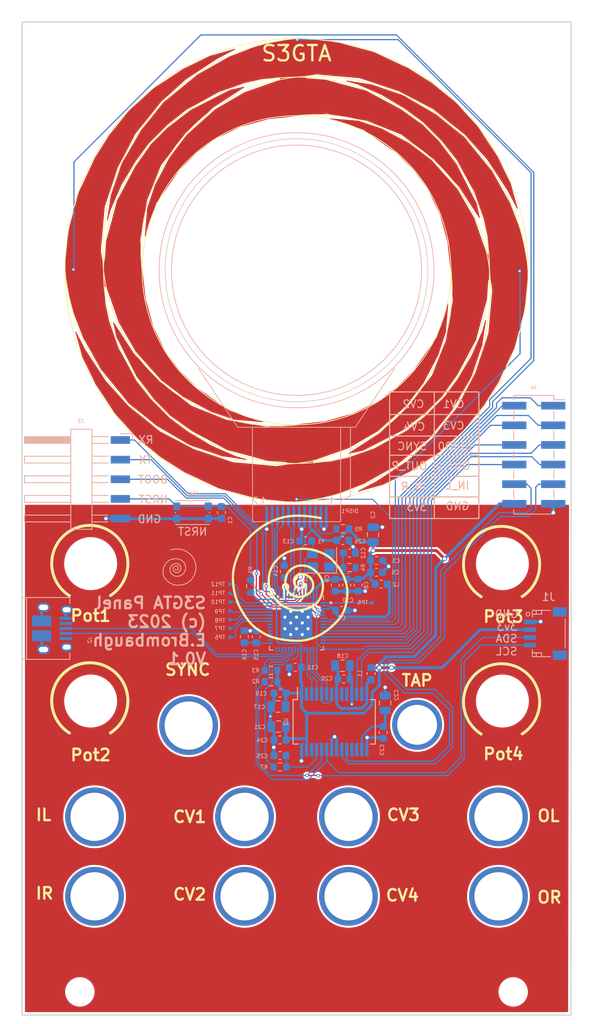
<source format=kicad_pcb>
(kicad_pcb (version 20221018) (generator pcbnew)
  (layers (0 "F.Cu" signal) (31 "B.Cu" signal) (34 "B.Paste" user) (35 "F.Paste" user) (36 "B.SilkS" user "B.Silkscreen") (37 "F.SilkS" user "F.Silkscreen") (38 "B.Mask" user) (39 "F.Mask" user) (44 "Edge.Cuts" user))
  (net 0 "")
  (net 1 "/NRST")
  (net 2 "GND")
  (net 3 "+3.3V")
  (net 4 "/LNA_IN")
  (net 5 "/VDD_3P3")
  (net 6 "Net-(C12-Pad1)")
  (net 7 "Net-(U1-XTAL_N)")
  (net 8 "+3.3VA")
  (net 9 "Net-(U2-VMID)")
  (net 10 "/FILT_MCLK")
  (net 11 "Net-(DISP1-LEDA)")
  (net 12 "/LCD_DC")
  (net 13 "/LCD_CS")
  (net 14 "/LCD_CLK")
  (net 15 "/LCD_DAT")
  (net 16 "/LCD_RST")
  (net 18 "/USB_DP")
  (net 19 "/USB_DM")
  (net 21 "/UART0_RX")
  (net 22 "/UART0_TX")
  (net 23 "/GPIO0")
  (net 24 "/CV1")
  (net 25 "/CV2")
  (net 26 "/CV3")
  (net 27 "/CV4")
  (net 28 "/Sync")
  (net 29 "/out_l")
  (net 30 "/in_l")
  (net 31 "/out_r")
  (net 32 "/in_r")
  (net 33 "/I2C_SCL")
  (net 34 "/I2C_SDA")
  (net 35 "Net-(U1-XTAL_P)")
  (net 36 "/I2S_MCLK")
  (net 37 "Net-(U1-GPIO1)")
  (net 38 "Net-(U1-GPIO2)")
  (net 39 "Net-(U1-GPIO3)")
  (net 40 "Net-(U1-GPIO4)")
  (net 41 "/I2S_SCLK")
  (net 42 "/I2S_DO")
  (net 43 "/I2S_LRCK")
  (net 44 "/I2S_DI")
  (net 55 "Net-(U1-SPICLK_N)")
  (net 56 "Net-(U1-SPICLK_P)")
  (net 57 "Net-(U1-GPIO33)")
  (net 58 "Net-(U1-GPIO34)")
  (net 59 "Net-(U1-GPIO35)")
  (net 60 "Net-(U1-GPIO36)")
  (net 61 "Net-(U1-GPIO37)")
  (net 70 "/VDD_SPI")
  (footprint "footprints:Mount_Hole_Euro_Rack" (layer "F.Cu") (at 163.957 37.0332)
    (fp_text reference "H2")
    (fp_text value "Euro mount")
  )
  (footprint "footprints:Mount_Hole_Thonk" (layer "F.Cu") (at 129.159 147.193)
    (fp_text reference "H7")
    (fp_text value "Thonk mount")
  )
  (footprint "footprints:quarter_touch" (layer "F.Cu") (at 135.89 66.167 180)
    (fp_text reference "TP3" hide)
    (fp_text value "TouchPad")
  )
  (footprint "footprints:quarter_touch" (layer "F.Cu") (at 135.89 66.167)
    (fp_text reference "TP1" hide)
    (fp_text value "TouchPad")
  )
  (footprint "footprints:Mount_Hole_Thonk" (layer "F.Cu") (at 129.159 136.906)
    (fp_text reference "H8")
    (fp_text value "Thonk mount")
  )
  (footprint "footprints:quarter_touch" (layer "F.Cu") (at 135.89 66.167 -90)
    (fp_text reference "TP4" hide)
    (fp_text value "TouchPad")
  )
  (footprint "footprints:Mount_Hole_Thonk" (layer "F.Cu") (at 109.728 136.906)
    (fp_text reference "H5")
    (fp_text value "Thonk mount")
  )
  (footprint "footprints:Mount_Hole_Euro_Rack" (layer "F.Cu") (at 163.957 159.5628)
    (fp_text reference "H4")
    (fp_text value "Euro mount")
  )
  (footprint "footprints:quarter_touch" (layer "F.Cu") (at 135.89 66.167 90)
    (fp_text reference "TP2" hide)
    (fp_text value "TouchPad")
  )
  (footprint "footprints:Mount_Hole_Thonk" (layer "F.Cu") (at 109.728 147.193)
    (fp_text reference "H6")
    (fp_text value "Thonk mount")
  )
  (footprint "footprints:Mount_Hole_Song_Huei" (layer "F.Cu") (at 162.56 104.14)
    (fp_text reference "H13")
    (fp_text value "Song-Huei mount")
  )
  (footprint "footprints:Mount_Hole_Thonk" (layer "F.Cu") (at 162.052 147.193)
    (fp_text reference "H15")
    (fp_text value "Thonk mount")
  )
  (footprint "footprints:Mount_Hole_Thonk" (layer "F.Cu") (at 162.052 136.906)
    (fp_text reference "H16")
    (fp_text value "Thonk mount")
  )
  (footprint "footprints:Mount_Hole_Euro_Rack" (layer "F.Cu") (at 107.823 159.5628)
    (fp_text reference "H3")
    (fp_text value "Euro mount")
  )
  (footprint "footprints:Mount_Hole_Thonk" (layer "F.Cu") (at 121.92 125.095)
    (fp_text reference "H17")
    (fp_text value "Thonk mount")
  )
  (footprint "footprints:Mount_Hole_Toggle_Submini" (layer "F.Cu") (at 151.511 125.095)
    (fp_text reference "H18" hide)
    (fp_text value "6mm push mount")
  )
  (footprint "footprints:Mount_Hole_Song_Huei" (layer "F.Cu") (at 109.22 104.14)
    (fp_text reference "H10")
    (fp_text value "Song-Huei mount")
  )
  (footprint "footprints:Mount_Hole_Euro_Rack" (layer "F.Cu") (at 107.823 37.0332)
    (fp_text reference "H1")
    (fp_text value "Euro mount")
  )
  (footprint "footprints:Mount_Hole_Thonk" (layer "F.Cu") (at 142.621 147.193)
    (fp_text reference "H14")
    (fp_text value "Thonk mount")
  )
  (footprint "footprints:Mount_Hole_Song_Huei" (layer "F.Cu") (at 109.22 121.92)
    (fp_text reference "H11")
    (fp_text value "Song-Huei mount")
  )
  (footprint "footprints:Mount_Hole_Song_Huei" (layer "F.Cu") (at 162.56 121.92)
    (fp_text reference "H12")
    (fp_text value "Song-Huei mount")
  )
  (footprint "footprints:Mount_Hole_Thonk" (layer "F.Cu") (at 142.621 136.906)
    (fp_text reference "H9")
    (fp_text value "Thonk mount")
  )
  (footprint "footprints:avatar" (layer "F.Cu") (at 135.255 104.775)
    (fp_text reference "Ref**" hide)
    (fp_text value "Val**" hide)
  )
  (footprint "Package_SO:SSOP-28_5.3x10.2mm_P0.65mm" (layer "B.Cu") (at 140.7668 124.6124 -90)
    (fp_text reference "U2")
    (fp_text value "WM8731")
  )
  (footprint "Capacitor_SMD:C_0603_1608Metric" (layer "B.Cu") (at 142.748 102.7684)
    (fp_text reference "C12")
    (fp_text value "27pf")
  )
  (footprint "Connector_Harwin:Harwin_M20-89005xx_1x05_P2.54mm_Horizontal" (layer "B.Cu") (at 107.5436 93.218 180)
    (fp_text reference "J3")
    (fp_text value "Serial")
  )
  (footprint "footprints:Round_LCD_GC9A01" (layer "B.Cu") (at 135.89 66.167 180)
    (fp_text reference "DISP1")
    (fp_text value "~")
  )
  (footprint "Capacitor_SMD:C_0805_2012Metric" (layer "B.Cu") (at 133.5532 125.222)
    (fp_text reference "C21")
    (fp_text value "10uf")
  )
  (footprint "Resistor_SMD:R_0603_1608Metric" (layer "B.Cu") (at 141.8844 99.6188 180)
    (fp_text reference "R5")
    (fp_text value "1k")
  )
  (footprint "Capacitor_SMD:C_0603_1608Metric" (layer "B.Cu") (at 134.3152 105.156 90)
    (fp_text reference "C14")
    (fp_text value "0.1uf")
  )
  (footprint "footprints:TestPoint_Pad_D0.5mm" (layer "B.Cu") (at 127.254 111.379 180)
    (fp_text reference "TP8")
    (fp_text value "TouchPad")
  )
  (footprint "Connector_PinHeader_2.54mm:PinHeader_2x06_P2.54mm_Vertical_SMD" (layer "B.Cu") (at 166.624 90.043 180)
    (fp_text reference "J4")
    (fp_text value "Conn_02x06_Odd_Even")
  )
  (footprint "Capacitor_SMD:C_0603_1608Metric" (layer "B.Cu") (at 133.7434 120.904 180)
    (fp_text reference "C19")
    (fp_text value "0.1uf")
  )
  (footprint "footprints:JST_SH_SM04B-SRSS-TB_04x1.00mm_Angled" (layer "B.Cu") (at 168.0535 113.181 -90)
    (fp_text reference "J1")
    (fp_text value "JST SH-4 (Qwiic)")
  )
  (footprint "footprints:TestPoint_Pad_D0.5mm" (layer "B.Cu") (at 127.254 107.95 180)
    (fp_text reference "TP11")
    (fp_text value "TouchPad")
  )
  (footprint "Capacitor_SMD:C_0603_1608Metric" (layer "B.Cu") (at 147.1168 125.984 -90)
    (fp_text reference "C23")
    (fp_text value "0.1uf")
  )
  (footprint "Capacitor_SMD:C_0603_1608Metric" (layer "B.Cu") (at 137.0714 101.1936 180)
    (fp_text reference "C13")
    (fp_text value "27pf")
  )
  (footprint "footprints:avatar_small" (layer "B.Cu") (at 119.761 105.537 180)
    (fp_text reference "Ref**" hide)
    (fp_text value "Val**" hide)
  )
  (footprint "Capacitor_SMD:C_0805_2012Metric" (layer "B.Cu") (at 133.5176 122.6312 180)
    (fp_text reference "C17")
    (fp_text value "10uf")
  )
  (footprint "Capacitor_SMD:C_0603_1608Metric" (layer "B.Cu") (at 142.3924 106.921 -90)
    (fp_text reference "C10")
    (fp_text value "0.1uf")
  )
  (footprint "Capacitor_SMD:C_0805_2012Metric" (layer "B.Cu") (at 147.3708 122.174 90)
    (fp_text reference "C22")
    (fp_text value "10uf")
  )
  (footprint "footprints:TestPoint_Pad_D0.5mm" (layer "B.Cu") (at 127.254 106.807 180)
    (fp_text reference "TP12")
    (fp_text value "TouchPad")
  )
  (footprint "footprints:TestPoint_Pad_D0.5mm" (layer "B.Cu") (at 127.254 113.665 180)
    (fp_text reference "TP6")
    (fp_text value "TouchPad")
  )
  (footprint "footprints:TestPoint_Pad_D0.5mm" (layer "B.Cu") (at 127.254 109.093 180)
    (fp_text reference "TP10")
    (fp_text value "TouchPad")
  )
  (footprint "footprints:TestPoint_Pad_D0.5mm" (layer "B.Cu") (at 127.254 110.236 180)
    (fp_text reference "TP9")
    (fp_text value "TouchPad")
  )
  (footprint "Capacitor_SMD:C_0603_1608Metric" (layer "B.Cu") (at 142.0238 119.0752)
    (fp_text reference "C20")
    (fp_text value "0.1uf")
  )
  (footprint "Capacitor_SMD:C_0603_1608Metric" (layer "B.Cu") (at 146.2532 103.7336)
    (fp_text reference "C3")
    (fp_text value "1uf")
  )
  (footprint "Resistor_SMD:R_0603_1608Metric" (layer "B.Cu") (at 133.7564 130.4544)
    (fp_text reference "R7")
    (fp_text value "49")
  )
  (footprint "Capacitor_SMD:C_0603_1608Metric" (layer "B.Cu") (at 146.8628 106.7816)
    (fp_text reference "L2")
    (fp_text value "2.2nH 500ma")
  )
  (footprint "Capacitor_SMD:C_0603_1608Metric" (layer "B.Cu") (at 133.7434 128.9812 180)
    (fp_text reference "C25")
    (fp_text value "330pf")
  )
  (footprint "footprints:ESP32-S3" (layer "B.Cu") (at 135.886 111.8108 180)
    (fp_text reference "U1")
    (fp_text value "ESP32-S3FH4R2")
  )
  (footprint "Capacitor_SMD:C_0603_1608Metric" (layer "B.Cu") (at 133.7434 126.9492)
    (fp_text reference "C24")
    (fp_text value "0.1uf")
  )
  (footprint "Capacitor_SMD:C_0805_2012Metric" (layer "B.Cu") (at 145.796 100.3808 90)
    (fp_text reference "C2")
    (fp_text value "10uf")
  )
  (footprint "Resistor_SMD:R_0603_1608Metric" (layer "B.Cu") (at 142.7358 104.648)
    (fp_text reference "R4")
    (fp_text value "1k")
  )
  (footprint "Capacitor_SMD:C_0603_1608Metric" (layer "B.Cu") (at 140.9192 106.934 -90)
    (fp_text reference "C9")
    (fp_text value "100pf")
  )
  (footprint "Button_Switch_SMD:SW_Push_1P1T_NO_CK_KMR2" (layer "B.Cu") (at 122.41 97.523 180)
    (fp_text reference "SW1")
    (fp_text value "SW_Push")
  )
  (footprint "footprints:TestPoint_Pad_D0.5mm" (layer "B.Cu") (at 145.6436 109.22 180)
    (fp_text reference "TP5")
    (fp_text value "TouchPad")
  )
  (footprint "footprints:USB_Micro-B_10103594-0001LF_actual_outline" (layer "B.Cu") (at 104.4956 112.522 90)
    (fp_text reference "J2")
    (fp_text value "USB_B_Micro")
  )
  (footprint "Capacitor_SMD:C_0603_1608Metric" (layer "B.Cu") (at 130.6784 113.6018 90)
    (fp_text reference "C15")
    (fp_text value "0.1uf")
  )
  (footprint "Capacitor_SMD:C_0603_1608Metric" (layer "B.Cu") (at 143.8656 106.921 -90)
    (fp_text reference "C8")
    (fp_text value "1uf")
  )
  (footprint "footprints:TestPoint_Pad_D0.5mm" (layer "B.Cu") (at 127.254 112.522 180)
    (fp_text reference "TP7")
    (fp_text value "TouchPad")
  )
  (footprint "Resistor_SMD:R_0603_1608Metric" (layer "B.Cu") (at 132.588 119.4308 180)
    (fp_text reference "R2")
    (fp_text value "4.7k")
  )
  (footprint "Capacitor_SMD:C_0603_1608Metric" (layer "B.Cu") (at 141.8844 101.1428)
    (fp_text reference "C26")
    (fp_text value "0.1uf")
  )
  (footprint "Capacitor_SMD:C_0603_1608Metric" (layer "B.Cu") (at 146.2532 105.2576)
    (fp_text reference "C5")
    (fp_text value "0.1uf")
  )
  (footprint "Capacitor_SMD:C_0603_1608Metric" (layer "B.Cu") (at 141.732 110.1852)
    (fp_text reference "C7")
    (fp_text value "0.1uf")
  )
  (footprint "Capacitor_SMD:C_0603_1608Metric" (layer "B.Cu") (at 145.542 118.377 -90)
    (fp_text reference "L1")
    (fp_text value "2.2nH 500ma")
  )
  (footprint "Crystal:Crystal_SMD_3225-4Pin_3.2x2.5mm" (layer "B.Cu") (at 139.0728 103.6964 180)
    (fp_text reference "Y1")
    (fp_text value "40MHz")
  )
  (footprint "Capacitor_SMD:C_0603_1608Metric" (layer "B.Cu") (at 126.1692 97.523 -90)
    (fp_text reference "C1")
    (fp_text value "0.1uf")
  )
  (footprint "Capacitor_SMD:C_0603_1608Metric" (layer "B.Cu") (at 129.1336 113.5888 90)
    (fp_text reference "C16")
    (fp_text value "1uf")
  )
  (footprint "Capacitor_SMD:C_0603_1608Metric" (layer "B.Cu") (at 135.7376 117.5512 180)
    (fp_text reference "C11")
    (fp_text value "0.1uf")
  )
  (footprint "Capacitor_SMD:C_0805_2012Metric" (layer "B.Cu") (at 141.8336 117.348)
    (fp_text reference "C18")
    (fp_text value "10uf")
  )
  (footprint "Resistor_SMD:R_0603_1608Metric" (layer "B.Cu") (at 129.9464 107.061 -90)
    (fp_text reference "R1")
    (fp_text value "10k")
  )
  (footprint "Resistor_SMD:R_0603_1608Metric" (layer "B.Cu") (at 132.588 117.9576 180)
    (fp_text reference "R3")
    (fp_text value "4.7k")
  )
  (gr_line (start 159.512 95.504) (end 147.955 95.504) (stroke (width 0.15)) (layer "B.SilkS"))
  (gr_line (start 153.7335 81.915) (end 153.7335 98.298) (stroke (width 0.15)) (layer "B.SilkS"))
  (gr_line (start 159.385 87.63) (end 147.955 87.63) (stroke (width 0.15)) (layer "B.SilkS"))
  (gr_line (start 159.512 90.1065) (end 147.955 90.1065) (stroke (width 0.15)) (layer "B.SilkS"))
  (gr_line (start 159.512 84.836) (end 147.955 84.836) (stroke (width 0.15)) (layer "B.SilkS"))
  (gr_rect (start 147.955 81.915) (end 159.512 98.298) (stroke (width 0.15)) (fill none) (layer "B.SilkS"))
  (gr_line (start 159.512 92.837) (end 147.955 92.837) (stroke (width 0.15)) (layer "B.SilkS"))
  (gr_arc (start 106.469169 108.285141) (mid 109.093 99.187) (end 111.782313 108.266001) (stroke (width 0.381)) (layer "F.SilkS"))
  (gr_arc (start 159.809169 126.192141) (mid 162.433 117.094) (end 165.122313 126.173001) (stroke (width 0.381)) (layer "F.SilkS"))
  (gr_arc (start 106.469169 126.065141) (mid 109.093 116.967) (end 111.782313 126.046001) (stroke (width 0.381)) (layer "F.SilkS"))
  (gr_arc (start 159.809169 108.412141) (mid 162.433 99.314) (end 165.122313 108.393001) (stroke (width 0.381)) (layer "F.SilkS"))
  (gr_arc (start 106.469169 126.065141) (mid 109.093 116.967) (end 111.782313 126.046001) (stroke (width 0.381)) (layer "F.SilkS"))
  (gr_line (start 171.45 162.56) (end 171.45 34.036) (stroke (width 0.15)) (layer "Edge.Cuts"))
  (gr_line (start 171.45 34.036) (end 100.33 34.036) (stroke (width 0.15)) (layer "Edge.Cuts"))
  (gr_line (start 100.33 162.56) (end 171.45 162.56) (stroke (width 0.15)) (layer "Edge.Cuts"))
  (gr_circle (center 135.89 66.167) (end 152.908 66.167) (stroke (width 0.1)) (fill none) (layer "Edge.Cuts"))
  (gr_line (start 100.33 34.036) (end 100.33 162.56) (stroke (width 0.15)) (layer "Edge.Cuts"))
  (gr_text "CV2" (at 152.527 84.074) (layer "B.SilkS") (effects (font (size 1 1)) (justify left bottom mirror)))
  (gr_text "OUT_L" (at 158.496 92.075) (layer "B.SilkS") (effects (font (size 1 1)) (justify left bottom mirror)))
  (gr_text "3v3" (at 152.908 97.409) (layer "B.SilkS") (effects (font (size 1 1)) (justify left bottom mirror)))
  (gr_text "IN_L" (at 158.369 94.615) (layer "B.SilkS") (effects (font (size 1 1)) (justify left bottom mirror)))
  (gr_text "CV4" (at 152.654 86.995) (layer "B.SilkS") (effects (font (size 1 1)) (justify left bottom mirror)))
  (gr_text "GND" (at 118.4656 98.9584) (layer "B.SilkS") (effects (font (size 1 1)) (justify left bottom mirror)))
  (gr_text "NRST" (at 124.4092 100.584) (layer "B.SilkS") (effects (font (size 1 1)) (justify left bottom mirror)))
  (gr_text "CV3" (at 157.734 86.868) (layer "B.SilkS") (effects (font (size 1 1)) (justify left bottom mirror)))
  (gr_text "GND" (at 164.719 111.252) (layer "B.SilkS") (effects (font (size 1 1)) (justify left bottom mirror)))
  (gr_text "GPIO0" (at 158.75 89.535) (layer "B.SilkS") (effects (font (size 1 1)) (justify left bottom mirror)))
  (gr_text "SDA" (at 164.592 114.427) (layer "B.SilkS") (effects (font (size 1 1)) (justify left bottom mirror)))
  (gr_text "GND" (at 158.369 97.282) (layer "B.SilkS") (effects (font (size 1 1)) (justify left bottom mirror)))
  (gr_text "SCL" (at 164.592 116.078) (layer "B.SilkS") (effects (font (size 1 1)) (justify left bottom mirror)))
  (gr_text "IN_R" (at 152.781 94.742) (layer "B.SilkS") (effects (font (size 1 1)) (justify left bottom mirror)))
  (gr_text "3v3" (at 164.592 112.903) (layer "B.SilkS") (effects (font (size 1 1)) (justify left bottom mirror)))
  (gr_text "OUT_R" (at 152.908 92.075) (layer "B.SilkS") (effects (font (size 1 1)) (justify left bottom mirror)))
  (gr_text "BOOT" (at 119.3292 93.8276) (layer "B.SilkS") (effects (font (size 1 1)) (justify left bottom mirror)))
  (gr_text "NRST" (at 119.3292 96.4184) (layer "B.SilkS") (effects (font (size 1 1)) (justify left bottom mirror)))
  (gr_text "SYNC" (at 152.908 89.535) (layer "B.SilkS") (effects (font (size 1 1)) (justify left bottom mirror)))
  (gr_text "RX" (at 117.4496 88.6968) (layer "B.SilkS") (effects (font (size 1 1)) (justify left bottom mirror)))
  (gr_text "S3GTA Panel\n(c) 2023\nE.Brombaugh\nV0.1" (at 124.333 117.348) (layer "B.SilkS") (effects (font (size 1.5 1.5) (thickness 0.3) bold) (justify left bottom mirror)))
  (gr_text "CV1" (at 157.734 84.074) (layer "B.SilkS") (effects (font (size 1 1)) (justify left bottom mirror)))
  (gr_text "TX" (at 117.2972 91.2876) (layer "B.SilkS") (effects (font (size 1 1)) (justify left bottom mirror)))
  (gr_text "CV2" (at 122.047 146.939) (layer "F.SilkS") (effects (font (size 1.5 1.5) (thickness 0.3) bold)))
  (gr_text "S3GTA" (at 135.89 38.1) (layer "F.SilkS") (effects (font (size 2 2) (thickness 0.3))))
  (gr_text "SYNC" (at 121.793 117.856) (layer "F.SilkS") (effects (font (size 1.5 1.5) (thickness 0.3) bold)))
  (gr_text "CV1" (at 122.047 136.906) (layer "F.SilkS") (effects (font (size 1.5 1.5) (thickness 0.3) bold)))
  (gr_text "TAP" (at 151.511 119.253) (layer "F.SilkS") (effects (font (size 1.5 1.5) (thickness 0.3) bold)))
  (gr_text "CV4" (at 149.606 147.066) (layer "F.SilkS") (effects (font (size 1.5 1.5) (thickness 0.3) bold)))
  (gr_text "Pot1" (at 109.22 110.871) (layer "F.SilkS") (effects (font (size 1.5 1.5) (thickness 0.3) bold)))
  (gr_text "IL" (at 103.124 136.652) (layer "F.SilkS") (effects (font (size 1.5 1.5) (thickness 0.3) bold)))
  (gr_text "Pot2" (at 109.22 128.905) (layer "F.SilkS") (effects (font (size 1.5 1.5) (thickness 0.3) bold)))
  (gr_text "Pot4" (at 162.687 128.778) (layer "F.SilkS") (effects (font (size 1.5 1.5) (thickness 0.3) bold)))
  (gr_text "IR" (at 103.251 146.812) (layer "F.SilkS") (effects (font (size 1.5 1.5) (thickness 0.3) bold)))
  (gr_text "OL" (at 168.529 136.779) (layer "F.SilkS") (effects (font (size 1.5 1.5) (thickness 0.3) bold)))
  (gr_text "Pot3" (at 162.687 110.998) (layer "F.SilkS") (effects (font (size 1.5 1.5) (thickness 0.3) bold)))
  (gr_text "CV3" (at 149.733 136.652) (layer "F.SilkS") (effects (font (size 1.5 1.5) (thickness 0.3) bold)))
  (gr_text "OR" (at 168.656 147.32) (layer "F.SilkS") (effects (font (size 1.5 1.5) (thickness 0.3) bold)))
  (segment (start 138.630898 110.0836) (end 138.021298 109.474) (width 0.1524) (layer "F.Cu") (net 1))
  (segment (start 132.7404 109.474) (end 131.318 108.0516) (width 0.1524) (layer "F.Cu") (net 1))
  (segment (start 138.021298 109.474) (end 132.7404 109.474) (width 0.1524) (layer "F.Cu") (net 1))
  (via (at 131.318 108.0516) (size 0.4572) (drill 0.254) (layers "F.Cu" "B.Cu") (net 1))
  (via (at 138.630898 110.0836) (size 0.4572) (drill 0.254) (layers "F.Cu" "B.Cu") (net 1))
  (segment (start 138.6332 110.2104) (end 138.8336 110.4108) (width 0.1524) (layer "B.Cu") (net 1))
  (segment (start 113.0686 95.758) (end 119.395 95.758) (width 0.1524) (layer "B.Cu") (net 1))
  (segment (start 126.1442 96.723) (end 126.1692 96.748) (width 0.1524) (layer "B.Cu") (net 1))
  (segment (start 138.6332 110.085902) (end 138.6332 110.2104) (width 0.1524) (layer "B.Cu") (net 1))
  (segment (start 129.8956 106.1852) (end 129.9464 106.236) (width 0.1524) (layer "B.Cu") (net 1))
  (segment (start 129.8956 99.7712) (end 129.8956 106.1852) (width 0.1524) (layer "B.Cu") (net 1))
  (segment (start 129.9464 106.236) (end 129.9464 106.68) (width 0.1524) (layer "B.Cu") (net 1))
  (segment (start 129.9464 106.68) (end 131.318 108.0516) (width 0.1524) (layer "B.Cu") (net 1))
  (segment (start 138.8336 110.4108) (end 139.311 110.4108) (width 0.1524) (layer "B.Cu") (net 1))
  (segment (start 124.46 96.723) (end 126.1442 96.723) (width 0.1524) (layer "B.Cu") (net 1))
  (segment (start 126.8724 96.748) (end 129.8956 99.7712) (width 0.1524) (layer "B.Cu") (net 1))
  (segment (start 120.36 96.723) (end 124.46 96.723) (width 0.1524) (layer "B.Cu") (net 1))
  (segment (start 119.395 95.758) (end 120.36 96.723) (width 0.1524) (layer "B.Cu") (net 1))
  (segment (start 138.630898 110.0836) (end 138.6332 110.085902) (width 0.1524) (layer "B.Cu") (net 1))
  (segment (start 126.1692 96.748) (end 126.8724 96.748) (width 0.1524) (layer "B.Cu") (net 1))
  (via (at 139.446 99.6696) (size 0.635) (drill 0.4318) (layers "F.Cu" "B.Cu") (net 2))
  (via (at 144.78 107.696) (size 0.635) (drill 0.4318) (layers "F.Cu" "B.Cu") (net 2))
  (via (at 132.4864 123.9012) (size 0.4572) (drill 0.254) (layers "F.Cu" "B.Cu") (net 2))
  (via (at 132.9436 127.9144) (size 0.635) (drill 0.4318) (layers "F.Cu" "B.Cu") (net 2))
  (via (at 134.9626 118.4656) (size 0.635) (drill 0.4318) (layers "F.Cu" "B.Cu") (net 2))
  (via (at 147.828 104.4956) (size 0.635) (drill 0.4318) (layers "F.Cu" "B.Cu") (net 2))
  (via (at 143.4592 110.1852) (size 0.635) (drill 0.4318) (layers "F.Cu" "B.Cu") (net 2))
  (via (at 140.8176 126.5428) (size 0.635) (drill 0.4318) (layers "F.Cu" "B.Cu") (net 2))
  (via (at 136.5504 99.6696) (size 0.635) (drill 0.4318) (layers "F.Cu" "B.Cu") (net 2))
  (via (at 129.8956 112.8268) (size 0.635) (drill 0.4318) (layers "F.Cu" "B.Cu") (net 2))
  (via (at 147.3708 120.142) (size 0.635) (drill 0.4318) (layers "F.Cu" "B.Cu") (net 2))
  (via (at 169.149 97.536) (size 0.635) (drill 0.4318) (layers "F.Cu" "B.Cu") (net 2))
  (via (at 132.0292 99.6696) (size 0.635) (drill 0.4318) (layers "F.Cu" "B.Cu") (net 2))
  (via (at 143.0528 122.3264) (size 0.4572) (drill 0.254) (layers "F.Cu" "B.Cu") (net 2))
  (via (at 134.3152 103.4288) (size 0.635) (drill 0.4318) (layers "F.Cu" "B.Cu") (net 2))
  (via (at 111.2012 98.298) (size 0.635) (drill 0.4318) (layers "F.Cu" "B.Cu") (net 2))
  (via (at 143.2052 101.9556) (size 0.635) (drill 0.4318) (layers "F.Cu" "B.Cu") (net 2))
  (via (at 145.034 126.6444) (size 0.635) (drill 0.4318) (layers "F.Cu" "B.Cu") (net 2))
  (via (at 147.0152 99.4156) (size 0.635) (drill 0.4318) (layers "F.Cu" "B.Cu") (net 2))
  (via (at 136.525 129.667) (size 0.635) (drill 0.4318) (layers "F.Cu" "B.Cu") (net 2))
  (via (at 167.513 111.633) (size 0.635) (drill 0.4318) (layers "F.Cu" "B.Cu") (net 2))
  (segment (start 105.9956 111.222) (end 105.9956 110.222) (width 0.381) (layer "B.Cu") (net 2))
  (segment (start 142.6594 101.4098) (end 142.6594 101.1428) (width 0.381) (layer "B.Cu") (net 2))
  (segment (start 105.9956 110.222) (end 106.1156 110.102) (width 0.381) (layer "B.Cu") (net 2))
  (segment (start 142.3794 107.709) (end 142.3924 107.696) (width 0.381) (layer "B.Cu") (net 2))
  (segment (start 129.1336 112.8138) (end 129.8826 112.8138) (width 0.2032) (layer "B.Cu") (net 2))
  (segment (start 143.0418 122.3154) (end 143.0528 122.3264) (width 0.381) (layer "B.Cu") (net 2))
  (segment (start 169.149 96.393) (end 169.149 97.536) (width 0.381) (layer "B.Cu") (net 2))
  (segment (start 145.796 99.4308) (end 147 99.4308) (width 0.381) (layer "B.Cu") (net 2))
  (segment (start 142.3924 107.696) (end 143.8656 107.696) (width 0.381) (layer "B.Cu") (net 2))
  (segment (start 143.8656 107.696) (end 144.78 107.696) (width 0.381) (layer "B.Cu") (net 2))
  (segment (start 143.2052 101.9556) (end 143.523 102.2734) (width 0.381) (layer "B.Cu") (net 2))
  (segment (start 140.9192 107.709) (end 142.3794 107.709) (width 0.381) (layer "B.Cu") (net 2))
  (segment (start 132.9684 122.2304) (end 132.5676 122.6312) (width 0.381) (layer "B.Cu") (net 2))
  (segment (start 134.9626 117.5512) (end 134.9626 118.4656) (width 0.381) (layer "B.Cu") (net 2))
  (segment (start 102.8756 115.012) (end 103.1156 115.252) (width 0.381) (layer "B.Cu") (net 2))
  (segment (start 147 99.4308) (end 147.0152 99.4156) (width 0.381) (layer "B.Cu") (net 2))
  (segment (start 120.36 98.323) (end 113.0936 98.323) (width 0.381) (layer "B.Cu") (net 2))
  (segment (start 126.1692 98.298) (end 124.485 98.298) (width 0.381) (layer "B.Cu") (net 2))
  (segment (start 132.04 97.917) (end 132.04 99.6588) (width 0.381) (layer "B.Cu") (net 2))
  (segment (start 167.465 111.681) (end 167.513 111.633) (width 0.381) (layer "B.Cu") (net 2))
  (segment (start 139.04 99.2636) (end 139.446 99.6696) (width 0.381) (layer "B.Cu") (net 2))
  (segment (start 139.74 97.917) (end 139.74 99.3756) (width 0.381) (layer "B.Cu") (net 2))
  (segment (start 136.5418 129.6502) (end 136.525 129.667) (width 0.381) (layer "B.Cu") (net 2))
  (segment (start 145.0212 126.6572) (end 145.0212 128.183) (width 0.381) (layer "B.Cu") (net 2))
  (segment (start 102.8756 113.482) (end 102.8756 115.012) (width 0.381) (layer "B.Cu") (net 2))
  (segment (start 111.2012 98.298) (end 113.0686 98.298) (width 0.381) (layer "B.Cu") (net 2))
  (segment (start 102.8756 110.032) (end 103.1156 109.792) (width 0.381) (layer "B.Cu") (net 2))
  (segment (start 147.3708 121.224) (end 147.3708 120.142) (width 0.381) (layer "B.Cu") (net 2))
  (segment (start 132.9684 127.8896) (end 132.9436 127.9144) (width 0.381) (layer "B.Cu") (net 2))
  (segment (start 132.9684 125.5872) (end 132.6032 125.222) (width 0.381) (layer "B.Cu") (net 2))
  (segment (start 142.507 110.1852) (end 143.4592 110.1852) (width 0.381) (layer "B.Cu") (net 2))
  (segment (start 132.9684 126.9492) (end 132.9684 127.8896) (width 0.381) (layer "B.Cu") (net 2))
  (segment (start 136.5504 100.9396) (end 136.2964 101.1936) (width 0.381) (layer "B.Cu") (net 2))
  (segment (start 139.74 99.3756) (end 139.446 99.6696) (width 0.381) (layer "B.Cu") (net 2))
  (segment (start 145.034 126.6444) (end 145.0212 126.6572) (width 0.381) (layer "B.Cu") (net 2))
  (segment (start 147.0022 126.6444) (end 147.1168 126.759) (width 0.381) (layer "B.Cu") (net 2))
  (segment (start 132.5676 122.6312) (end 132.5676 123.82) (width 0.381) (layer "B.Cu") (net 2))
  (segment (start 143.0418 119.3182) (end 142.7988 119.0752) (width 0.381) (layer "B.Cu") (net 2))
  (segment (start 134.3152 104.381) (end 134.3152 103.4288) (width 0.381) (layer "B.Cu") (net 2))
  (segment (start 142.7836 119.06) (end 142.7988 119.0752) (width 0.381) (layer "B.Cu") (net 2))
  (segment (start 143.523 102.2734) (end 143.523 102.7684) (width 0.381) (layer "B.Cu") (net 2))
  (segment (start 147.0282 105.2576) (end 147.066 105.2576) (width 0.381) (layer "B.Cu") (net 2))
  (segment (start 140.8176 126.5428) (end 140.4418 126.9186) (width 0.381) (layer "B.Cu") (net 2))
  (segment (start 145.034 126.6444) (end 147.0022 126.6444) (width 0.381) (layer "B.Cu") (net 2))
  (segment (start 132.5676 123.82) (end 132.4864 123.9012) (width 0.381) (layer "B.Cu") (net 2))
  (segment (start 147.0282 103.7336) (end 147.066 103.7336) (width 0.381) (layer "B.Cu") (net 2))
  (segment (start 136.5504 99.6696) (end 136.5504 100.9396) (width 0.381) (layer "B.Cu") (net 2))
  (segment (start 102.8756 111.562) (end 102.8756 110.032) (width 0.381) (layer "B.Cu") (net 2))
  (segment (start 132.9684 120.904) (end 132.9684 122.2304) (width 0.381) (layer "B.Cu") (net 2))
  (segment (start 132.9684 126.9492) (end 132.9684 125.5872) (width 0.381) (layer "B.Cu") (net 2))
  (segment (start 142.7836 117.348) (end 142.7836 119.06) (width 0.381) (layer "B.Cu") (net 2))
  (segment (start 143.0418 121.0124) (end 143.0418 119.3182) (width 0.381) (layer "B.Cu") (net 2))
  (segment (start 132.9684 128.9812) (end 132.9684 127.9392) (width 0.381) (layer "B.Cu") (net 2))
  (segment (start 130.6784 112.8268) (end 129.8956 112.8268) (width 0.2032) (layer "B.Cu") (net 2))
  (segment (start 124.46 98.323) (end 120.36 98.323) (width 0.381) (layer "B.Cu") (net 2))
  (segment (start 136.94 99.28) (end 136.5504 99.6696) (width 0.381) (layer "B.Cu") (net 2))
  (segment (start 136.24 97.917) (end 136.24 99.3592) (width 0.381) (layer "B.Cu") (net 2))
  (segment (start 143.0418 121.0124) (end 143.0418 122.3154) (width 0.381) (layer "B.Cu") (net 2))
  (segment (start 132.4864 123.9012) (end 132.4864 125.1052) (width 0.381) (layer "B.Cu") (net 2))
  (segment (start 132.04 99.6588) (end 132.0292 99.6696) (width 0.381) (layer "B.Cu") (net 2))
  (segment (start 140.4418 126.9186) (end 140.4418 128.2124) (width 0.381) (layer "B.Cu") (net 2))
  (segment (start 141.0918 126.817) (end 141.0918 128.2124) (width 0.381) (layer "B.Cu") (net 2))
  (segment (start 136.24 99.3592) (end 136.5504 99.6696) (width 0.381) (layer "B.Cu") (net 2))
  (segment (start 136.94 97.917) (end 136.94 99.28) (width 0.381) (layer "B.Cu") (net 2))
  (segment (start 132.4864 125.1052) (end 132.6032 125.222) (width 0.381) (layer "B.Cu") (net 2))
  (segment (start 124.485 98.298) (end 124.46 98.323) (width 0.381) (layer "B.Cu") (net 2))
  (segment (start 147.066 103.7336) (end 147.828 104.4956) (width 0.381) (layer "B.Cu") (net 2))
  (segment (start 113.0936 98.323) (end 113.0686 98.298) (width 0.381) (layer "B.Cu") (net 2))
  (segment (start 147.066 105.2576) (end 147.828 104.4956) (width 0.381) (layer "B.Cu") (net 2))
  (segment (start 132.9684 127.9392) (end 132.9436 127.9144) (width 0.381) (layer "B.Cu") (net 2))
  (segment (start 129.8826 112.8138) (end 129.8956 112.8268) (width 0.2032) (layer "B.Cu") (net 2))
  (segment (start 145.0212 128.183) (end 144.9918 128.2124) (width 0.381) (layer "B.Cu") (net 2))
  (segment (start 139.04 97.917) (end 139.04 99.2636) (width 0.381) (layer "B.Cu") (net 2))
  (segment (start 140.8176 126.5428) (end 141.0918 126.817) (width 0.381) (layer "B.Cu") (net 2))
  (segment (start 166.116 111.681) (end 167.465 111.681) (width 0.381) (layer "B.Cu") (net 2))
  (segment (start 143.2052 101.9556) (end 142.6594 101.4098) (width 0.381) (layer "B.Cu") (net 2))
  (segment (start 136.5418 128.2124) (end 136.5418 129.6502) (width 0.381) (layer "B.Cu") (net 2))
  (segment (start 148.1836 117.602) (end 146.6088 117.602) (width 0.381) (layer "F.Cu") (net 3))
  (segment (start 134.4676 107.1372) (end 134.5184 107.188) (width 0.2032) (layer "F.Cu") (net 3))
  (segment (start 134.6708 108.458) (end 135.382 108.458) (width 0.2032) (layer "F.Cu") (net 3))
  (segment (start 134.5184 107.188) (end 134.5184 108.3056) (width 0.2032) (layer "F.Cu") (net 3))
  (segment (start 135.382 108.458) (end 135.8392 108.0008) (width 0.2032) (layer "F.Cu") (net 3))
  (segment (start 134.5184 108.3056) (end 134.6708 108.458) (width 0.2032) (layer "F.Cu") (net 3))
  (segment (start 135.89 106.3752) (end 136.398 105.8672) (width 0.2032) (layer "F.Cu") (net 3))
  (segment (start 135.8392 108.0008) (end 135.89 108.0008) (width 0.2032) (layer "F.Cu") (net 3))
  (segment (start 135.89 108.0008) (end 135.89 106.3752) (width 0.2032) (layer "F.Cu") (net 3))
  (segment (start 145.796 102.442789) (end 154.004789 102.442789) (width 0.381) (layer "F.Cu") (net 3))
  (segment (start 154.004789 102.442789) (end 155.067 103.505) (width 0.381) (layer "F.Cu") (net 3))
  (via (at 134.4676 107.1372) (size 0.4572) (drill 0.254) (layers "F.Cu" "B.Cu") (net 3))
  (via (at 155.067 103.505) (size 0.635) (drill 0.4318) (layers "F.Cu" "B.Cu") (net 3))
  (via (at 148.1836 117.602) (size 0.635) (drill 0.4318) (layers "F.Cu" "B.Cu") (net 3))
  (via (at 145.796 102.442789) (size 0.635) (drill 0.4318) (layers "F.Cu" "B.Cu") (net 3))
  (via (at 136.398 105.8672) (size 0.635) (drill 0.4318) (layers "F.Cu" "B.Cu") (net 3))
  (via (at 146.6088 117.602) (size 0.635) (drill 0.4318) (layers "F.Cu" "B.Cu") (net 3))
  (segment (start 134.4676 120.9548) (end 134.5184 120.904) (width 0.381) (layer "B.Cu") (net 3))
  (segment (start 136.4334 117.6304) (end 136.4334 119.4308) (width 0.381) (layer "B.Cu") (net 3))
  (segment (start 145.542 117.602) (end 146.6088 117.602) (width 0.381) (layer "B.Cu") (net 3))
  (segment (start 137.1918 128.2124) (end 137.2068 128.1974) (width 0.381) (layer "B.Cu") (net 3))
  (segment (start 138.086 107.5828) (end 138.3284 107.3404) (width 0.2032) (layer "B.Cu") (net 3))
  (segment (start 134.4676 122.6312) (end 134.4676 120.9548) (width 0.381) (layer "B.Cu") (net 3))
  (segment (start 146.6088 119.888) (end 145.6944 120.8024) (width 0.381) (layer "B.Cu") (net 3))
  (segment (start 136.5712 119.5686) (end 136.5712 120.983) (width 0.381) (layer "B.Cu") (net 3))
  (segment (start 151.13 116.1796) (end 153.924 113.3856) (width 0.381) (layer "B.Cu") (net 3))
  (segment (start 145.4782 102.760589) (end 145.796 102.442789) (width 0.381) (layer "B.Cu") (net 3))
  (segment (start 134.5184 125.2372) (end 134.5032 125.222) (width 0.381) (layer "B.Cu") (net 3))
  (segment (start 153.924 113.3856) (end 153.924 104.648) (width 0.381) (layer "B.Cu") (net 3))
  (segment (start 147.536493 116.1796) (end 151.13 116.1796) (width 0.381) (layer "B.Cu") (net 3))
  (segment (start 137.922 109.22) (end 138.086 109.056) (width 0.2032) (layer "B.Cu") (net 3))
  (segment (start 130.8232 108.7628) (end 129.9464 107.886) (width 0.2032) (layer "B.Cu") (net 3))
  (segment (start 137.2068 126.7968) (end 137.2068 123.4908) (width 0.381) (layer "B.Cu") (net 3))
  (segment (start 142.7094 99.7834) (end 142.7094 99.6188) (width 0.381) (layer "B.Cu") (net 3))
  (segment (start 145.796 102.442789) (end 145.796 101.3308) (width 0.381) (layer "B.Cu") (net 3))
  (segment (start 145.4782 105.2576) (end 145.4782 106.172) (width 0.381) (layer "B.Cu") (net 3))
  (segment (start 134.486 108.3858) (end 134.486 107.1556) (width 0.2032) (layer "B.Cu") (net 3))
  (segment (start 138.43 109.22) (end 138.486 109.164) (width 0.2032) (layer "B.Cu") (net 3))
  (segment (start 133.6548 114.4524) (end 133.2992 114.0968) (width 0.2032) (layer "B.Cu") (net 3))
  (segment (start 132.842 108.7628) (end 130.8232 108.7628) (width 0.2032) (layer "B.Cu") (net 3))
  (segment (start 134.5184 120.904) (end 136.4334 120.904) (width 0.381) (layer "B.Cu") (net 3))
  (segment (start 134.486 106.1018) (end 134.3152 105.931) (width 0.2032) (layer "B.Cu") (net 3))
  (segment (start 136.5712 120.983) (end 136.5418 121.0124) (width 0.381) (layer "B.Cu") (net 3))
  (segment (start 134.486 107.1556) (end 134.4676 107.1372) (width 0.2032) (layer "B.Cu") (net 3))
  (segment (start 136.486 115.2358) (end 136.486 117.5246) (width 0.2032) (layer "B.Cu") (net 3))
  (segment (start 138.086 109.056) (end 138.25 109.22) (width 0.2032) (layer "B.Cu") (net 3))
  (segment (start 137.64 99.4892) (end 139.2936 101.1428) (width 0.381) (layer "B.Cu") (net 3))
  (segment (start 138.086 108.3858) (end 138.086 107.5828) (width 0.2032) (layer "B.Cu") (net 3))
  (segment (start 137.2068 123.4908) (end 136.5418 122.8258) (width 0.381) (layer "B.Cu") (net 3))
  (segment (start 136.5418 122.6562) (end 136.5418 121.0124) (width 0.2032) (layer "B.Cu") (net 3))
  (segment (start 145.4782 105.2576) (end 145.4782 103.7336) (width 0.381) (layer "B.Cu") (net 3))
  (segment (start 139.2936 101.1428) (end 141.1094 101.1428) (width 0.381) (layer "B.Cu") (net 3))
  (segment (start 144.4656 106.146) (end 143.8656 106.146) (width 0.381) (layer "B.Cu") (net 3))
  (segment (start 134.747 109.22) (end 137.922 109.22) (width 0.2032) (layer "B.Cu") (net 3))
  (segment (start 136.486 114.7076) (end 136.2308 114.4524) (width 0.2032) (layer "B.Cu") (net 3))
  (segment (start 136.5126 117.5512) (end 136.4334 117.6304) (width 0.381) (layer "B.Cu") (net 3))
  (segment (start 140.9192 106.159) (end 142.3794 106.159) (width 0.381) (layer "B.Cu") (net 3))
  (segment (start 136.4334 119.4308) (end 136.5712 119.5686) (width 0.381) (layer "B.Cu") (net 3))
  (segment (start 134.486 108.914) (end 134.18 109.22) (width 0.2032) (layer "B.Cu") (net 3))
  (segment (start 159.6578 112.681) (end 166.116 112.681) (width 0.381) (layer "B.Cu") (net 3))
  (segment (start 146.6088 117.602) (end 146.6088 117.107293) (width 0.381) (layer "B.Cu") (net 3))
  (segment (start 134.6708 126.7968) (end 134.5184 126.9492) (width 0.381) (layer "B.Cu") (net 3))
  (segment (start 137.0076 101.598887) (end 137.0076 100.6348) (width 0.2032) (layer "B.Cu") (net 3))
  (segment (start 142.3924 106.146) (end 143.8656 106.146) (width 0.381) (layer "B.Cu") (net 3))
  (segment (start 136.4334 120.904) (end 136.5418 121.0124) (width 0.381) (layer "B.Cu") (net 3))
  (segment (start 138.486 108.3858) (end 138.486 107.3964) (width 0.2032) (layer "B.Cu") (net 3))
  (segment (start 144.2872 101.3308) (end 144.272 101.346) (width 0.381) (layer "B.Cu") (net 3))
  (segment (start 138.25 109.22) (end 138.43 109.22) (width 0.2032) (layer "B.Cu") (net 3))
  (segment (start 137.64 97.917) (end 137.64 99.4892) (width 0.381) (layer "B.Cu") (net 3))
  (segment (start 145.4782 105.2576) (end 145.354 105.2576) (width 0.381) (layer "B.Cu") (net 3))
  (segment (start 134.486 108.914) (end 134.486 108.959) (width 0.2032) (layer "B.Cu") (net 3))
  (segment (start 134.18 109.22) (end 133.2992 109.22) (width 0.2032) (layer "B.Cu") (net 3))
  (segment (start 145.6944 120.8024) (end 145.6944 122.3772) (width 0.381) (layer "B.Cu") (net 3))
  (segment (start 145.6944 122.3772) (end 144.5768 123.4948) (width 0.381) (layer "B.Cu") (net 3))
  (segment (start 148.1836 117.602) (end 154.7368 117.602) (width 0.381) (layer "B.Cu") (net 3))
  (segment (start 136.2308 114.4524) (end 133.6548 114.4524) (width 0.2032) (layer "B.Cu") (net 3))
  (segment (start 133.2992 114.0968) (end 133.2992 109.22) (width 0.2032) (layer "B.Cu") (net 3))
  (segment (start 134.486 107.1188) (end 134.486 106.1018) (width 0.2032) (layer "B.Cu") (net 3))
  (segment (start 142.3794 106.159) (end 142.3924 106.146) (width 0.381) (layer "B.Cu") (net 3))
  (segment (start 145.4782 106.172) (end 146.0878 106.7816) (width 0.381) (layer "B.Cu") (net 3))
  (segment (start 136.486 115.2358) (end 136.486 114.7076) (width 0.2032) (layer "B.Cu") (net 3))
  (segment (start 153.924 104.648) (end 162.179 96.393) (width 0.381) (layer "B.Cu") (net 3))
  (segment (start 146.6088 117.107293) (end 147.536493 116.1796) (width 0.381) (layer "B.Cu") (net 3))
  (segment (start 141.1854 101.1428) (end 142.7094 99.6188) (width 0.381) (layer "B.Cu") (net 3))
  (segment (start 146.6088 117.602) (end 146.6088 119.888) (width 0.381) (layer "B.Cu") (net 3))
  (segment (start 144.5768 123.4948) (end 137.2068 123.4948) (width 0.381) (layer "B.Cu") (net 3))
  (segment (start 133.413 119.7986) (end 134.5184 120.904) (width 0.381) (layer "B.Cu") (net 3))
  (segment (start 138.486 107.3964) (end 138.43 107.3404) (width 0.2032) (layer "B.Cu") (net 3))
  (segment (start 138.3284 107.3404) (end 138.43 107.3404) (width 0.2032) (layer "B.Cu") (net 3))
  (segment (start 154.7368 117.602) (end 159.6578 112.681) (width 0.381) (layer "B.Cu") (net 3))
  (segment (start 141.1094 101.1428) (end 141.1854 101.1428) (width 0.381) (layer "B.Cu") (net 3))
  (segment (start 145.4782 103.7336) (end 145.4782 102.760589) (width 0.381) (layer "B.Cu") (net 3))
  (segment (start 138.086 109.056) (end 138.086 108.3858) (width 0.2032) (layer "B.Cu") (net 3))
  (segment (start 136.398 102.208487) (end 137.0076 101.598887) (width 0.2032) (layer "B.Cu") (net 3))
  (segment (start 134.5184 126.9492) (end 134.5184 125.2372) (width 0.381) (layer "B.Cu") (net 3))
  (segment (start 136.486 117.5246) (end 136.5126 117.5512) (width 0.2032) (layer "B.Cu") (net 3))
  (segment (start 134.486 108.3858) (end 134.486 108.914) (width 0.2032) (layer "B.Cu") (net 3))
  (segment (start 138.486 109.164) (end 138.486 108.3858) (width 0.2032) (layer "B.Cu") (net 3))
  (segment (start 145.796 101.3308) (end 144.2872 101.3308) (width 0.381) (layer "B.Cu") (net 3))
  (segment (start 137.2068 126.7968) (end 134.6708 126.7968) (width 0.381) (layer "B.Cu") (net 3))
  (segment (start 145.354 105.2576) (end 144.4656 106.146) (width 0.381) (layer "B.Cu") (net 3))
  (segment (start 137.0076 100.6348) (end 137.8966 99.7458) (width 0.2032) (layer "B.Cu") (net 3))
  (segment (start 162.179 96.393) (end 164.099 96.393) (width 0.381) (layer "B.Cu") (net 3))
  (segment (start 136.5418 122.8258) (end 136.5418 121.0124) (width 0.381) (layer "B.Cu") (net 3))
  (segment (start 136.486 122.712) (end 136.5418 122.6562) (width 0.2032) (layer "B.Cu") (net 3))
  (segment (start 133.413 117.9576) (end 133.413 119.4308) (width 0.381) (layer "B.Cu") (net 3))
  (segment (start 139.6114 106.159) (end 140.9192 106.159) (width 0.381) (layer "B.Cu") (net 3))
  (segment (start 133.2992 109.22) (end 132.842 108.7628) (width 0.2032) (layer "B.Cu") (net 3))
  (segment (start 138.43 107.3404) (end 139.6114 106.159) (width 0.381) (layer "B.Cu") (net 3))
  (segment (start 134.486 108.959) (end 134.747 109.22) (width 0.2032) (layer "B.Cu") (net 3))
  (segment (start 133.413 119.4308) (end 133.413 119.7986) (width 0.381) (layer "B.Cu") (net 3))
  (segment (start 137.2068 128.1974) (end 137.2068 126.7968) (width 0.381) (layer "B.Cu") (net 3))
  (segment (start 136.398 105.8672) (end 136.398 102.208487) (width 0.2032) (layer "B.Cu") (net 3))
  (segment (start 144.272 101.346) (end 142.7094 99.7834) (width 0.381) (layer "B.Cu") (net 3))
  (segment (start 134.4676 107.1372) (end 134.486 107.1188) (width 0.2032) (layer "B.Cu") (net 3))
  (segment (start 139.311 109.2108) (end 139.3202 109.22) (width 0.1524) (layer "B.Cu") (net 4))
  (segment (start 139.3202 109.22) (end 145.6436 109.22) (width 0.1524) (layer "B.Cu") (net 4))
  (segment (start 140.6014 109.8296) (end 140.3096 109.8296) (width 0.381) (layer "B.Cu") (net 5))
  (segment (start 140.957 110.1852) (end 140.957 110.5786) (width 0.381) (layer "B.Cu") (net 5))
  (segment (start 139.311 109.6108) (end 140.0908 109.6108) (width 0.2032) (layer "B.Cu") (net 5))
  (segment (start 141.4018 111.0234) (end 147.447 111.0234) (width 0.381) (layer "B.Cu") (net 5))
  (segment (start 147.9296 107.0734) (end 147.6378 106.7816) (width 0.381) (layer "B.Cu") (net 5))
  (segment (start 140.0908 109.6108) (end 140.3096 109.8296) (width 0.2032) (layer "B.Cu") (net 5))
  (segment (start 140.957 110.5786) (end 141.4018 111.0234) (width 0.381) (layer "B.Cu") (net 5))
  (segment (start 140.3096 109.8296) (end 140.1284 110.0108) (width 0.2032) (layer "B.Cu") (net 5))
  (segment (start 140.957 110.1852) (end 140.6014 109.8296) (width 0.381) (layer "B.Cu") (net 5))
  (segment (start 147.447 111.0234) (end 147.9296 110.5408) (width 0.381) (layer "B.Cu") (net 5))
  (segment (start 147.9296 110.5408) (end 147.9296 107.0734) (width 0.381) (layer "B.Cu") (net 5))
  (segment (start 140.1284 110.0108) (end 139.311 110.0108) (width 0.2032) (layer "B.Cu") (net 5))
  (segment (start 141.9108 104.648) (end 141.8092 104.5464) (width 0.1524) (layer "B.Cu") (net 6))
  (segment (start 141.973 102.7684) (end 141.9108 102.8306) (width 0.1524) (layer "B.Cu") (net 6))
  (segment (start 141.8092 104.5464) (end 140.1728 104.5464) (width 0.1524) (layer "B.Cu") (net 6))
  (segment (start 141.9108 102.8306) (end 141.9108 104.648) (width 0.1524) (layer "B.Cu") (net 6))
  (segment (start 137.8464 101.1936) (end 137.9728 101.32) (width 0.1524) (layer "B.Cu") (net 7))
  (segment (start 137.9728 102.8464) (end 137.7424 102.8464) (width 0.1524) (layer "B.Cu") (net 7))
  (segment (start 137.9728 101.32) (end 137.9728 102.8464) (width 0.1524) (layer "B.Cu") (net 7))
  (segment (start 137.3124 108.3594) (end 137.286 108.3858) (width 0.1524) (layer "B.Cu") (net 7))
  (segment (start 137.7424 102.8464) (end 136.9568 103.632) (width 0.1524) (layer "B.Cu") (net 7))
  (segment (start 137.3124 105.9688) (end 137.3124 108.3594) (width 0.1524) (layer "B.Cu") (net 7))
  (segment (start 136.9568 103.632) (end 136.9568 105.6132) (width 0.1524) (layer "B.Cu") (net 7))
  (segment (start 136.9568 105.6132) (end 137.3124 105.9688) (width 0.1524) (layer "B.Cu") (net 7))
  (segment (start 141.0918 122.2958) (end 141.6812 122.8852) (width 0.381) (layer "B.Cu") (net 8))
  (segment (start 141.2488 119.0752) (end 141.2488 117.7132) (width 0.381) (layer "B.Cu") (net 8))
  (segment (start 141.0918 121.0124) (end 141.0918 119.2322) (width 0.381) (layer "B.Cu") (net 8))
  (segment (start 144.9918 122.2162) (end 144.9918 121.0124) (width 0.381) (layer "B.Cu") (net 8))
  (segment (start 144.9918 119.7022) (end 145.542 119.152) (width 0.381) (layer "B.Cu") (net 8))
  (segment (start 144.3228 122.8852) (end 144.9918 122.2162) (width 0.381) (layer "B.Cu") (net 8))
  (segment (start 141.0918 119.2322) (end 141.2488 119.0752) (width 0.381) (layer "B.Cu") (net 8))
  (segment (start 141.0918 121.0124) (end 141.0918 122.2958) (width 0.381) (layer "B.Cu") (net 8))
  (segment (start 141.2488 117.7132) (end 140.8836 117.348) (width 0.381) (layer "B.Cu") (net 8))
  (segment (start 144.9918 121.0124) (end 144.9918 119.7022) (width 0.381) (layer "B.Cu") (net 8))
  (segment (start 141.6812 122.8852) (end 144.3228 122.8852) (width 0.381) (layer "B.Cu") (net 8))
  (segment (start 145.661176 125.209) (end 147.1168 125.209) (width 0.254) (layer "B.Cu") (net 9))
  (segment (start 144.3418 128.2124) (end 144.3418 126.528376) (width 0.254) (layer "B.Cu") (net 9))
  (segment (start 147.3708 124.955) (end 147.1168 125.209) (width 0.381) (layer "B.Cu") (net 9))
  (segment (start 147.3708 123.124) (end 147.3708 124.955) (width 0.381) (layer "B.Cu") (net 9))
  (segment (start 144.3418 126.528376) (end 145.661176 125.209) (width 0.254) (layer "B.Cu") (net 9))
  (segment (start 134.5814 130.4544) (end 134.5814 129.0442) (width 0.1524) (layer "B.Cu") (net 10))
  (segment (start 134.5814 129.0442) (end 134.5184 128.9812) (width 0.1524) (layer "B.Cu") (net 10))
  (segment (start 138.4918 128.2124) (end 138.4918 129.3258) (width 0.1524) (layer "B.Cu") (net 10))
  (segment (start 137.3632 130.4544) (end 134.5814 130.4544) (width 0.1524) (layer "B.Cu") (net 10))
  (segment (start 138.4918 129.3258) (end 137.3632 130.4544) (width 0.1524) (layer "B.Cu") (net 10))
  (segment (start 139.1412 100.2284) (end 140.4498 100.2284) (width 0.1524) (layer "B.Cu") (net 11))
  (segment (start 138.34 99.4272) (end 139.1412 100.2284) (width 0.1524) (layer "B.Cu") (net 11))
  (segment (start 140.4498 100.2284) (end 141.0594 99.6188) (width 0.1524) (layer "B.Cu") (net 11))
  (segment (start 138.34 97.917) (end 138.34 99.4272) (width 0.1524) (layer "B.Cu") (net 11))
  (segment (start 135.54 107.4364) (end 135.286 107.6904) (width 0.1524) (layer "B.Cu") (net 12))
  (segment (start 135.54 97.917) (end 135.54 107.4364) (width 0.1524) (layer "B.Cu") (net 12))
  (segment (start 135.286 107.6904) (end 135.286 108.3858) (width 0.1524) (layer "B.Cu") (net 12))
  (segment (start 134.886 107.684) (end 134.886 108.3858) (width 0.1524) (layer "B.Cu") (net 13))
  (segment (start 134.84 97.917) (end 134.84 99.2292) (width 0.1524) (layer "B.Cu") (net 13))
  (segment (start 135.1788 99.568) (end 135.1788 107.3912) (width 0.1524) (layer "B.Cu") (net 13))
  (segment (start 134.84 99.2292) (end 135.1788 99.568) (width 0.1524) (layer "B.Cu") (net 13))
  (segment (start 135.1788 107.3912) (end 134.886 107.684) (width 0.1524) (layer "B.Cu") (net 13))
  (segment (start 133.35 106.996068) (end 134.086 107.732068) (width 0.1524) (layer "B.Cu") (net 14))
  (segment (start 133.35 100.0252) (end 133.35 106.996068) (width 0.1524) (layer "B.Cu") (net 14))
  (segment (start 134.086 107.732068) (end 134.086 108.3858) (width 0.1524) (layer "B.Cu") (net 14))
  (segment (start 134.14 99.2352) (end 133.35 100.0252) (width 0.1524) (layer "B.Cu") (net 14))
  (segment (start 134.14 97.917) (end 134.14 99.2352) (width 0.1524) (layer "B.Cu") (net 14))
  (segment (start 133.0452 99.7712) (end 133.0452 107.0864) (width 0.1524) (layer "B.Cu") (net 15))
  (segment (start 133.686 107.7272) (end 133.686 108.3858) (width 0.1524) (layer "B.Cu") (net 15))
  (segment (start 133.44 97.917) (end 133.44 99.3764) (width 0.1524) (layer "B.Cu") (net 15))
  (segment (start 133.0452 107.0864) (end 133.686 107.7272) (width 0.1524) (layer "B.Cu") (net 15))
  (segment (start 133.44 99.3764) (end 133.0452 99.7712) (width 0.1524) (layer "B.Cu") (net 15))
  (segment (start 132.74 97.917) (end 132.74 107.1876) (width 0.1524) (layer "B.Cu") (net 16))
  (segment (start 132.74 107.1876) (end 133.286 107.7336) (width 0.1524) (layer "B.Cu") (net 16))
  (segment (start 133.286 107.7336) (end 133.286 108.3858) (width 0.1524) (layer "B.Cu") (net 16))
  (segment (start 125.6284 115.8748) (end 122.2756 112.522) (width 0.1524) (layer "B.Cu") (net 18))
  (segment (start 134.086 115.2358) (end 134.086 115.6772) (width 0.1524) (layer "B.Cu") (net 18))
  (segment (start 122.2756 112.522) (end 105.9956 112.522) (width 0.1524) (layer "B.Cu") (net 18))
  (segment (start 133.8884 115.8748) (end 125.6284 115.8748) (width 0.1524) (layer "B.Cu") (net 18))
  (segment (start 134.086 115.6772) (end 133.8884 115.8748) (width 0.1524) (layer "B.Cu") (net 18))
  (segment (start 134.004131 116.1542) (end 125.512668 116.1542) (width 0.1524) (layer "B.Cu") (net 19))
  (segment (start 134.486 115.2358) (end 134.486 115.672331) (width 0.1524) (layer "B.Cu") (net 19))
  (segment (start 125.512668 116.1542) (end 122.530468 113.172) (width 0.1524) (layer "B.Cu") (net 19))
  (segment (start 134.486 115.672331) (end 134.004131 116.1542) (width 0.1524) (layer "B.Cu") (net 19))
  (segment (start 122.530468 113.172) (end 105.9956 113.172) (width 0.1524) (layer "B.Cu") (net 19))
  (segment (start 131.955895 108.079895) (end 133.0706 109.1946) (width 0.1524) (layer "F.Cu") (net 21))
  (segment (start 135.802531 109.1946) (end 136.8552 108.141931) (width 0.1524) (layer "F.Cu") (net 21))
  (segment (start 136.8552 108.141931) (end 136.8552 107.1372) (width 0.1524) (layer "F.Cu") (net 21))
  (segment (start 131.955895 107.061) (end 131.955895 108.079895) (width 0.1524) (layer "F.Cu") (net 21))
  (segment (start 133.0706 109.1946) (end 135.802531 109.1946) (width 0.1524) (layer "F.Cu") (net 21))
  (via (at 136.8552 107.1372) (size 0.4572) (drill 0.254) (layers "F.Cu" "B.Cu") (net 21))
  (via (at 131.955895 107.061) (size 0.4572) (drill 0.254) (layers "F.Cu" "B.Cu") (net 21))
  (segment (start 131.955895 100.358295) (end 126.6952 95.0976) (width 0.1524) (layer "B.Cu") (net 21))
  (segment (start 126.6952 95.0976) (end 121.8692 95.0976) (width 0.1524) (layer "B.Cu") (net 21))
  (segment (start 136.8552 107.1372) (end 136.086 107.9064) (width 0.1524) (layer "B.Cu") (net 21))
  (segment (start 114.9096 88.138) (end 113.0686 88.138) (width 0.1524) (layer "B.Cu") (net 21))
  (segment (start 136.086 107.9064) (end 136.086 108.3858) (width 0.1524) (layer "B.Cu") (net 21))
  (segment (start 131.955895 107.061) (end 131.955895 100.358295) (width 0.1524) (layer "B.Cu") (net 21))
  (segment (start 121.8692 95.0976) (end 114.9096 88.138) (width 0.1524) (layer "B.Cu") (net 21))
  (segment (start 135.686799 108.9152) (end 133.7056 108.9152) (width 0.1524) (layer "F.Cu") (net 22))
  (segment (start 133.7056 108.9152) (end 132.5372 107.7468) (width 0.1524) (layer "F.Cu") (net 22))
  (segment (start 136.4234 106.74352) (end 136.4234 108.178599) (width 0.1524) (layer "F.Cu") (net 22))
  (segment (start 136.44246 106.72446) (end 136.4234 106.74352) (width 0.1524) (layer "F.Cu") (net 22))
  (segment (start 136.4234 108.178599) (end 135.686799 108.9152) (width 0.1524) (layer "F.Cu") (net 22))
  (via (at 132.5372 107.7468) (size 0.4572) (drill 0.254) (layers "F.Cu" "B.Cu") (net 22))
  (via (at 136.44246 106.72446) (size 0.4572) (drill 0.254) (layers "F.Cu" "B.Cu") (net 22))
  (segment (start 136.2202 107.151331) (end 135.686 107.685531) (width 0.1524) (layer "B.Cu") (net 22))
  (segment (start 131.524095 107.494358) (end 131.524095 100.321627) (width 0.1524) (layer "B.Cu") (net 22))
  (segment (start 131.524095 100.321627) (end 126.579468 95.377) (width 0.1524) (layer "B.Cu") (net 22))
  (segment (start 132.5372 107.7468) (end 131.776537 107.7468) (width 0.1524) (layer "B.Cu") (net 22))
  (segment (start 117.054468 90.678) (end 113.0686 90.678) (width 0.1524) (layer "B.Cu") (net 22))
  (segment (start 131.776537 107.7468) (end 131.524095 107.494358) (width 0.1524) (layer "B.Cu") (net 22))
  (segment (start 136.2202 106.94672) (end 136.2202 107.151331) (width 0.1524) (layer "B.Cu") (net 22))
  (segment (start 126.579468 95.377) (end 121.753468 95.377) (width 0.1524) (layer "B.Cu") (net 22))
  (segment (start 121.753468 95.377) (end 117.054468 90.678) (width 0.1524) (layer "B.Cu") (net 22))
  (segment (start 135.686 107.685531) (end 135.686 108.3858) (width 0.1524) (layer "B.Cu") (net 22))
  (segment (start 136.44246 106.72446) (end 136.2202 106.94672) (width 0.1524) (layer "B.Cu") (net 22))
  (segment (start 130.683 105.41) (end 130.683 108.027258) (width 0.1524) (layer "F.Cu") (net 23))
  (segment (start 137.566248 109.7534) (end 138.494115 110.681267) (width 0.1524) (layer "F.Cu") (net 23))
  (segment (start 130.683 108.027258) (end 132.409142 109.7534) (width 0.1524) (layer "F.Cu") (net 23))
  (segment (start 132.409142 109.7534) (end 137.566248 109.7534) (width 0.1524) (layer "F.Cu") (net 23))
  (via (at 138.494115 110.681267) (size 0.4572) (drill 0.254) (layers "F.Cu" "B.Cu") (net 23))
  (via (at 130.683 105.41) (size 0.4572) (drill 0.254) (layers "F.Cu" "B.Cu") (net 23))
  (segment (start 166.2689 89.8572) (end 158.4278 89.8572) (width 0.1524) (layer "B.Cu") (net 23))
  (segment (start 158.4278 89.8572) (end 152.4 95.885) (width 0.1524) (layer "B.Cu") (net 23))
  (segment (start 126.463736 95.6564) (end 121.6152 95.6564) (width 0.1524) (layer "B.Cu") (net 23))
  (segment (start 152.4 95.885) (end 152.4 112.8776) (width 0.1524) (layer "B.Cu") (net 23))
  (segment (start 130.740164 99.932828) (end 126.463736 95.6564) (width 0.1524) (layer "B.Cu") (net 23))
  (segment (start 169.149 88.773) (end 167.3531 88.773) (width 0.1524) (layer "B.Cu") (net 23))
  (segment (start 144.4752 115.2144) (end 139.2732 115.2144) (width 0.1524) (layer "B.Cu") (net 23))
  (segment (start 144.8816 114.808) (end 144.4752 115.2144) (width 0.1524) (layer "B.Cu") (net 23))
  (segment (start 138.494115 114.435315) (end 138.494115 110.681267) (width 0.1524) (layer "B.Cu") (net 23))
  (segment (start 139.2732 115.2144) (end 138.494115 114.435315) (width 0.1524) (layer "B.Cu") (net 23))
  (segment (start 130.740164 105.352836) (end 130.740164 99.932828) (width 0.1524) (layer "B.Cu") (net 23))
  (segment (start 150.4696 114.808) (end 144.8816 114.808) (width 0.1524) (layer "B.Cu") (net 23))
  (segment (start 138.8336 110.8108) (end 139.311 110.8108) (width 0.1524) (layer "B.Cu") (net 23))
  (segment (start 130.683 105.41) (end 130.740164 105.352836) (width 0.1524) (layer "B.Cu") (net 23))
  (segment (start 138.494115 110.681267) (end 138.704067 110.681267) (width 0.1524) (layer "B.Cu") (net 23))
  (segment (start 138.704067 110.681267) (end 138.8336 110.8108) (width 0.1524) (layer "B.Cu") (net 23))
  (segment (start 152.4 112.8776) (end 150.4696 114.808) (width 0.1524) (layer "B.Cu") (net 23))
  (segment (start 119.1768 93.218) (end 113.0686 93.218) (width 0.1524) (layer "B.Cu") (net 23))
  (segment (start 167.3531 88.773) (end 166.2689 89.8572) (width 0.1524) (layer "B.Cu") (net 23))
  (segment (start 121.6152 95.6564) (end 119.1768 93.218) (width 0.1524) (layer "B.Cu") (net 23))
  (segment (start 161.798 83.947) (end 150.0124 95.7326) (width 0.1524) (layer "B.Cu") (net 24))
  (segment (start 162.52825 82.677) (end 161.798 83.40725) (width 0.1524) (layer "B.Cu") (net 24))
  (segment (start 150.0124 112.268) (end 149.4696 112.8108) (width 0.1524) (layer "B.Cu") (net 24))
  (segment (start 161.798 83.40725) (end 161.798 83.947) (width 0.1524) (layer "B.Cu") (net 24))
  (segment (start 166.1772 82.677) (end 162.52825 82.677) (width 0.1524) (layer "B.Cu") (net 24))
  (segment (start 150.0124 95.7326) (end 150.0124 112.268) (width 0.1524) (layer "B.Cu") (net 24))
  (segment (start 149.4696 112.8108) (end 139.311 112.8108) (width 0.1524) (layer "B.Cu") (net 24))
  (segment (start 169.149 83.693) (end 167.1932 83.693) (width 0.1524) (layer "B.Cu") (net 24))
  (segment (start 167.1932 83.693) (end 166.1772 82.677) (width 0.1524) (layer "B.Cu") (net 24))
  (segment (start 150.5712 95.6818) (end 150.5712 112.4712) (width 0.1524) (layer "B.Cu") (net 25))
  (segment (start 162.56 83.693) (end 150.5712 95.6818) (width 0.1524) (layer "B.Cu") (net 25))
  (segment (start 150.5712 112.4712) (end 149.8316 113.2108) (width 0.1524) (layer "B.Cu") (net 25))
  (segment (start 149.8316 113.2108) (end 139.311 113.2108) (width 0.1524) (layer "B.Cu") (net 25))
  (segment (start 164.099 83.693) (end 162.56 83.693) (width 0.1524) (layer "B.Cu") (net 25))
  (segment (start 161.798 84.963) (end 165.9232 84.963) (width 0.1524) (layer "B.Cu") (net 26))
  (segment (start 151.0284 112.5728) (end 151.0284 95.7326) (width 0.1524) (layer "B.Cu") (net 26))
  (segment (start 149.9904 113.6108) (end 151.0284 112.5728) (width 0.1524) (layer "B.Cu") (net 26))
  (segment (start 165.9232 84.963) (end 167.1932 86.233) (width 0.1524) (layer "B.Cu") (net 26))
  (segment (start 151.0284 95.7326) (end 161.798 84.963) (width 0.1524) (layer "B.Cu") (net 26))
  (segment (start 139.311 113.6108) (end 149.9904 113.6108) (width 0.1524) (layer "B.Cu") (net 26))
  (segment (start 167.1932 86.233) (end 169.149 86.233) (width 0.1524) (layer "B.Cu") (net 26))
  (segment (start 161.036 86.233) (end 151.4856 95.7834) (width 0.1524) (layer "B.Cu") (net 27))
  (segment (start 150.0984 114.0108) (end 139.311 114.0108) (width 0.1524) (layer "B.Cu") (net 27))
  (segment (start 151.4856 95.7834) (end 151.4856 112.6236) (width 0.1524) (layer "B.Cu") (net 27))
  (segment (start 151.4856 112.6236) (end 150.0984 114.0108) (width 0.1524) (layer "B.Cu") (net 27))
  (segment (start 164.099 86.233) (end 161.036 86.233) (width 0.1524) (layer "B.Cu") (net 27))
  (segment (start 159.004 88.773) (end 164.099 88.773) (width 0.1524) (layer "B.Cu") (net 28))
  (segment (start 150.2572 114.4108) (end 151.9428 112.7252) (width 0.1524) (layer "B.Cu") (net 28))
  (segment (start 151.9428 95.8342) (end 159.004 88.773) (width 0.1524) (layer "B.Cu") (net 28))
  (segment (start 139.311 114.4108) (end 150.2572 114.4108) (width 0.1524) (layer "B.Cu") (net 28))
  (segment (start 151.9428 112.7252) (end 151.9428 95.8342) (width 0.1524) (layer "B.Cu") (net 28))
  (segment (start 166.37 90.297) (end 167.386 91.313) (width 0.1524) (layer "B.Cu") (net 29))
  (segment (start 143.6918 121.0124) (end 143.7212 120.983) (width 0.1524) (layer "B.Cu") (net 29))
  (segment (start 150.7236 115.1636) (end 152.908 112.9792) (width 0.1524) (layer "B.Cu") (net 29))
  (segment (start 145.2372 115.1636) (end 150.7236 115.1636) (width 0.1524) (layer "B.Cu") (net 29))
  (segment (start 143.7212 116.6796) (end 145.2372 115.1636) (width 0.1524) (layer "B.Cu") (net 29))
  (segment (start 152.908 112.9792) (end 152.908 95.885) (width 0.1524) (layer "B.Cu") (net 29))
  (segment (start 143.7212 120.983) (end 143.7212 116.6796) (width 0.1524) (layer "B.Cu") (net 29))
  (segment (start 158.496 90.297) (end 166.37 90.297) (width 0.1524) (layer "B.Cu") (net 29))
  (segment (start 167.386 91.313) (end 169.149 91.313) (width 0.1524) (layer "B.Cu") (net 29))
  (segment (start 152.908 95.885) (end 158.496 90.297) (width 0.1524) (layer "B.Cu") (net 29))
  (segment (start 167.259 93.853) (end 169.149 93.853) (width 0.1524) (layer "B.Cu") (net 30))
  (segment (start 141.7418 129.132131) (end 142.657669 130.048) (width 0.1524) (layer "B.Cu") (net 30))
  (segment (start 166.878 97.155) (end 166.878 94.234) (width 0.1524) (layer "B.Cu") (net 30))
  (segment (start 142.657669 130.048) (end 153.924 130.048) (width 0.1524) (layer "B.Cu") (net 30))
  (segment (start 150.114 120.396) (end 147.6248 117.9068) (width 0.1524) (layer "B.Cu") (net 30))
  (segment (start 151.7396 116.9924) (end 155.067 113.665) (width 0.1524) (layer "B.Cu") (net 30))
  (segment (start 153.924 130.048) (end 156.083 127.889) (width 0.1524) (layer "B.Cu") (net 30))
  (segment (start 153.797 120.396) (end 150.114 120.396) (width 0.1524) (layer "B.Cu") (net 30))
  (segment (start 147.955 116.9924) (end 151.7396 116.9924) (width 0.1524) (layer "B.Cu") (net 30))
  (segment (start 166.878 94.234) (end 167.259 93.853) (width 0.1524) (layer "B.Cu") (net 30))
  (segment (start 165.989 98.044) (end 166.878 97.155) (width 0.1524) (layer "B.Cu") (net 30))
  (segment (start 155.067 113.665) (end 155.067 105.283) (width 0.1524) (layer "B.Cu") (net 30))
  (segment (start 141.7418 128.2124) (end 141.7418 129.132131) (width 0.1524) (layer "B.Cu") (net 30))
  (segment (start 147.6248 117.9068) (end 147.6248 117.3226) (width 0.1524) (layer "B.Cu") (net 30))
  (segment (start 156.083 127.889) (end 156.083 122.682) (width 0.1524) (layer "B.Cu") (net 30))
  (segment (start 156.083 122.682) (end 153.797 120.396) (width 0.1524) (layer "B.Cu") (net 30))
  (segment (start 162.306 98.044) (end 165.989 98.044) (width 0.1524) (layer "B.Cu") (net 30))
  (segment (start 147.6248 117.3226) (end 147.955 116.9924) (width 0.1524) (layer "B.Cu") (net 30))
  (segment (start 155.067 105.283) (end 162.306 98.044) (width 0.1524) (layer "B.Cu") (net 30))
  (segment (start 144.3418 116.6178) (end 144.3418 121.0124) (width 0.1524) (layer "B.Cu") (net 31))
  (segment (start 153.3652 95.9358) (end 153.3652 113.1316) (width 0.1524) (layer "B.Cu") (net 31))
  (segment (start 145.3388 115.6208) (end 144.3418 116.6178) (width 0.1524) (layer "B.Cu") (net 31))
  (segment (start 150.876 115.6208) (end 145.3388 115.6208) (width 0.1524) (layer "B.Cu") (net 31))
  (segment (start 153.3652 113.1316) (end 150.876 115.6208) (width 0.1524) (layer "B.Cu") (net 31))
  (segment (start 164.099 91.313) (end 157.988 91.313) (width 0.1524) (layer "B.Cu") (net 31))
  (segment (start 157.988 91.313) (end 153.3652 95.9358) (width 0.1524) (layer "B.Cu") (net 31))
  (segment (start 165.735 97.536) (end 166.2684 97.0026) (width 0.1524) (layer "B.Cu") (net 32))
  (segment (start 142.3918 128.2124) (end 142.4212 128.2418) (width 0.1524) (layer "B.Cu") (net 32))
  (segment (start 147.2184 117.2464) (end 147.828 116.6368) (width 0.1524) (layer "B.Cu") (net 32))
  (segment (start 166.2684 97.0026) (end 166.2684 94.3864) (width 0.1524) (layer "B.Cu") (net 32))
  (segment (start 155.702 127.635) (end 155.702 123.063) (width 0.1524) (layer "B.Cu") (net 32))
  (segment (start 154.559 113.5634) (end 154.559 105.029) (width 0.1524) (layer "B.Cu") (net 32))
  (segment (start 149.86 120.904) (end 147.2184 118.2624) (width 0.1524) (layer "B.Cu") (net 32))
  (segment (start 142.4212 129.4164) (end 142.6972 129.6924) (width 0.1524) (layer "B.Cu") (net 32))
  (segment (start 153.543 120.904) (end 149.86 120.904) (width 0.1524) (layer "B.Cu") (net 32))
  (segment (start 147.828 116.6368) (end 151.4856 116.6368) (width 0.1524) (layer "B.Cu") (net 32))
  (segment (start 151.4856 116.6368) (end 154.559 113.5634) (width 0.1524) (layer "B.Cu") (net 32))
  (segment (start 142.6972 129.6924) (end 153.6446 129.6924) (width 0.1524) (layer "B.Cu") (net 32))
  (segment (start 155.702 123.063) (end 153.543 120.904) (width 0.1524) (layer "B.Cu") (net 32))
  (segment (start 154.559 105.029) (end 162.052 97.536) (width 0.1524) (layer "B.Cu") (net 32))
  (segment (start 153.6446 129.6924) (end 155.702 127.635) (width 0.1524) (layer "B.Cu") (net 32))
  (segment (start 165.735 93.853) (end 164.099 93.853) (width 0.1524) (layer "B.Cu") (net 32))
  (segment (start 147.2184 118.2624) (end 147.2184 117.2464) (width 0.1524) (layer "B.Cu") (net 32))
  (segment (start 166.2684 94.3864) (end 165.735 93.853) (width 0.1524) (layer "B.Cu") (net 32))
  (segment (start 162.052 97.536) (end 165.735 97.536) (width 0.1524) (layer "B.Cu") (net 32))
  (segment (start 142.4212 128.2418) (end 142.4212 129.4164) (width 0.1524) (layer "B.Cu") (net 32))
  (segment (start 138.6586 131.5466) (end 137.247468 131.5466) (width 0.1524) (layer "F.Cu") (net 33))
  (segment (start 138.684 131.572) (end 138.6586 131.5466) (width 0.1524) (layer "F.Cu") (net 33))
  (via (at 137.247468 131.5466) (size 0.4572) (drill 0.254) (layers "F.Cu" "B.Cu") (net 33))
  (via (at 138.684 131.572) (size 0.4572) (drill 0.254) (layers "F.Cu" "B.Cu") (net 33))
  (segment (start 138.684 131.572) (end 155.448 131.572) (width 0.1524) (layer "B.Cu") (net 33))
  (segment (start 132.6388 116.84) (end 132.3784 117.1004) (width 0.1524) (layer "B.Cu") (net 33))
  (segment (start 135.686 115.2358) (end 135.686 115.672331) (width 0.1524) (layer "B.Cu") (net 33))
  (segment (start 130.937 120.2568) (end 130.937 129.906868) (width 0.1524) (layer "B.Cu") (net 33))
  (segment (start 130.937 129.906868) (end 132.576732 131.5466) (width 0.1524) (layer "B.Cu") (net 33))
  (segment (start 131.763 119.4308) (end 130.937 120.2568) (width 0.1524) (layer "B.Cu") (net 33))
  (segment (start 135.314931 116.0434) (end 134.905194 116.0434) (width 0.1524) (layer "B.Cu") (net 33))
  (segment (start 134.108594 116.84) (end 132.6388 116.84) (width 0.1524) (layer "B.Cu") (net 33))
  (segment (start 159.766 114.681) (end 166.116 114.681) (width 0.1524) (layer "B.Cu") (net 33))
  (segment (start 157.607 129.413) (end 157.607 116.84) (width 0.1524) (layer "B.Cu") (net 33))
  (segment (start 134.905194 116.0434) (end 134.108594 116.84) (width 0.1524) (layer "B.Cu") (net 33))
  (segment (start 132.3784 117.1004) (end 132.3784 118.8154) (width 0.1524) (layer "B.Cu") (net 33))
  (segment (start 155.448 131.572) (end 157.607 129.413) (width 0.1524) (layer "B.Cu") (net 33))
  (segment (start 135.686 115.672331) (end 135.314931 116.0434) (width 0.1524) (layer "B.Cu") (net 33))
  (segment (start 157.607 116.84) (end 159.766 114.681) (width 0.1524) (layer "B.Cu") (net 33))
  (segment (start 137.247468 131.5466) (end 139.1418 129.652268) (width 0.1524) (layer "B.Cu") (net 33))
  (segment (start 139.1418 129.652268) (end 139.1418 128.2124) (width 0.1524) (layer "B.Cu") (net 33))
  (segment (start 132.576732 131.5466) (end 137.247468 131.5466) (width 0.1524) (layer "B.Cu") (net 33))
  (segment (start 132.3784 118.8154) (end 131.763 119.4308) (width 0.1524) (layer "B.Cu") (net 33))
  (segment (start 134.7654 115.764) (end 134.7654 115.788063) (width 0.1524) (layer "B.Cu") (net 34))
  (segment (start 157.226 129.159) (end 157.226 116.459) (width 0.1524) (layer "B.Cu") (net 34))
  (segment (start 131.763 116.9538) (end 131.763 117.9576) (width 0.1524) (layer "B.Cu") (net 34))
  (segment (start 132.1816 116.5352) (end 131.763 116.9538) (width 0.1524) (layer "B.Cu") (net 34))
  (segment (start 157.226 116.459) (end 160.004 113.681) (width 0.1524) (layer "B.Cu") (net 34))
  (segment (start 134.7654 115.788063) (end 134.018263 116.5352) (width 0.1524) (layer "B.Cu") (net 34))
  (segment (start 131.763 117.9576) (end 130.6576 119.063) (width 0.1524) (layer "B.Cu") (net 34))
  (segment (start 141.3394 131.191) (end 155.194 131.191) (width 0.1524) (layer "B.Cu") (net 34))
  (segment (start 135.286 115.2358) (end 135.286 115.6772) (width 0.1524) (layer "B.Cu") (net 34))
  (segment (start 137.414 132.08) (end 139.8212 129.6728) (width 0.1524) (layer "B.Cu") (net 34))
  (segment (start 139.8212 129.6728) (end 141.3394 131.191) (width 0.1524) (layer "B.Cu") (net 34))
  (segment (start 135.1992 115.764) (end 134.7654 115.764) (width 0.1524) (layer "B.Cu") (net 34))
  (segment (start 135.286 115.6772) (end 135.1992 115.764) (width 0.1524) (layer "B.Cu") (net 34))
  (segment (start 134.018263 116.5352) (end 132.1816 116.5352) (width 0.1524) (layer "B.Cu") (net 34))
  (segment (start 155.194 131.191) (end 157.226 129.159) (width 0.1524) (layer "B.Cu") (net 34))
  (segment (start 130.6576 130.0226) (end 132.715 132.08) (width 0.1524) (layer "B.Cu") (net 34))
  (segment (start 160.004 113.681) (end 166.116 113.681) (width 0.1524) (layer "B.Cu") (net 34))
  (segment (start 139.8212 128.2418) (end 139.7918 128.2124) (width 0.1524) (layer "B.Cu") (net 34))
  (segment (start 130.6576 119.063) (end 130.6576 130.0226) (width 0.1524) (layer "B.Cu") (net 34))
  (segment (start 132.715 132.08) (end 137.414 132.08) (width 0.1524) (layer "B.Cu") (net 34))
  (segment (start 139.8212 129.6728) (end 139.8212 128.2418) (width 0.1524) (layer "B.Cu") (net 34))
  (segment (start 138.2776 105.41) (end 137.686 106.0016) (width 0.1524) (layer "B.Cu") (net 35))
  (segment (start 142.7988 105.41) (end 138.2776 105.41) (width 0.1524) (layer "B.Cu") (net 35))
  (segment (start 143.5608 104.648) (end 142.7988 105.41) (width 0.1524) (layer "B.Cu") (net 35))
  (segment (start 137.686 106.0016) (end 137.686 108.3858) (width 0.1524) (layer "B.Cu") (net 35))
  (segment (start 131.826 129.349) (end 132.9314 130.4544) (width 0.1524) (layer "B.Cu") (net 36))
  (segment (start 132.7404 119.5324) (end 131.826 120.4468) (width 0.1524) (layer "B.Cu") (net 36))
  (segment (start 136.086 116.0344) (end 135.636 116.4844) (width 0.1524) (layer "B.Cu") (net 36))
  (segment (start 134.237634 117.1956) (end 132.8928 117.1956) (width 0.1524) (layer "B.Cu") (net 36))
  (segment (start 135.636 116.4844) (end 134.948834 116.4844) (width 0.1524) (layer "B.Cu") (net 36))
  (segment (start 131.826 120.4468) (end 131.826 129.349) (width 0.1524) (layer "B.Cu") (net 36))
  (segment (start 134.948834 116.4844) (end 134.237634 117.1956) (width 0.1524) (layer "B.Cu") (net 36))
  (segment (start 136.086 115.2358) (end 136.086 116.0344) (width 0.1524) (layer "B.Cu") (net 36))
  (segment (start 132.8928 117.1956) (end 132.7404 117.348) (width 0.1524) (layer "B.Cu") (net 36))
  (segment (start 132.7404 117.348) (end 132.7404 119.5324) (width 0.1524) (layer "B.Cu") (net 36))
  (via (at 135.89 95.8088) (size 0.4572) (drill 0.254) (layers "F.Cu" "B.Cu") (net 37))
  (segment (start 148.336 110.8456) (end 148.336 98.3996) (width 0.127) (layer "B.Cu") (net 37))
  (segment (start 139.311 111.2108) (end 139.763 111.2108) (width 0.127) (layer "B.Cu") (net 37))
  (segment (start 139.9566 111.4044) (end 147.7772 111.4044) (width 0.127) (layer "B.Cu") (net 37))
  (segment (start 139.763 111.2108) (end 139.9566 111.4044) (width 0.127) (layer "B.Cu") (net 37))
  (segment (start 147.7772 111.4044) (end 148.336 110.8456) (width 0.127) (layer "B.Cu") (net 37))
  (segment (start 148.336 98.3996) (end 145.7452 95.8088) (width 0.127) (layer "B.Cu") (net 37))
  (segment (start 145.7452 95.8088) (end 135.89 95.8088) (width 0.127) (layer "B.Cu") (net 37))
  (via (at 164.79 66.267) (size 0.4572) (drill 0.254) (layers "F.Cu" "B.Cu") (net 38))
  (segment (start 139.311 111.6108) (end 139.785829 111.6108) (width 0.1524) (layer "B.Cu") (net 38))
  (segment (start 164.846 76.962) (end 164.846 66.323) (width 0.1524) (layer "B.Cu") (net 38))
  (segment (start 164.846 66.323) (end 164.79 66.267) (width 0.1524) (layer "B.Cu") (net 38))
  (segment (start 148.2217 111.6711) (end 148.6916 111.2012) (width 0.1524) (layer "B.Cu") (net 38))
  (segment (start 139.846129 111.6711) (end 148.2217 111.6711) (width 0.1524) (layer "B.Cu") (net 38))
  (segment (start 148.6916 93.1164) (end 164.846 76.962) (width 0.1524) (layer "B.Cu") (net 38))
  (segment (start 148.6916 111.2012) (end 148.6916 93.1164) (width 0.1524) (layer "B.Cu") (net 38))
  (segment (start 139.785829 111.6108) (end 139.846129 111.6711) (width 0.1524) (layer "B.Cu") (net 38))
  (via (at 135.9916 36.322) (size 0.4572) (drill 0.254) (layers "F.Cu" "B.Cu") (net 39))
  (segment (start 149.0472 36.322) (end 166.2684 53.5432) (width 0.1524) (layer "B.Cu") (net 39))
  (segment (start 166.2684 53.5432) (end 166.2684 77.5716) (width 0.1524) (layer "B.Cu") (net 39))
  (segment (start 148.644 112.0108) (end 139.311 112.0108) (width 0.1524) (layer "B.Cu") (net 39))
  (segment (start 135.9916 36.322) (end 149.0472 36.322) (width 0.1524) (layer "B.Cu") (net 39))
  (segment (start 160.909 83.82) (end 149.098 95.631) (width 0.1524) (layer "B.Cu") (net 39))
  (segment (start 149.098 95.631) (end 149.098 111.5568) (width 0.1524) (layer "B.Cu") (net 39))
  (segment (start 160.909 82.931) (end 160.909 83.82) (width 0.1524) (layer "B.Cu") (net 39))
  (segment (start 166.2684 77.5716) (end 160.909 82.931) (width 0.1524) (layer "B.Cu") (net 39))
  (segment (start 149.098 111.5568) (end 148.644 112.0108) (width 0.1524) (layer "B.Cu") (net 39))
  (via (at 106.99 66.067) (size 0.4572) (drill 0.254) (layers "F.Cu" "B.Cu") (net 40))
  (segment (start 139.311 112.4108) (end 149.1076 112.4108) (width 0.1524) (layer "B.Cu") (net 40))
  (segment (start 166.624 77.851) (end 166.624 53.503668) (width 0.1524) (layer "B.Cu") (net 40))
  (segment (start 149.5552 95.6818) (end 161.29 83.947) (width 0.1524) (layer "B.Cu") (net 40))
  (segment (start 107.061 52.1462) (end 107.061 65.996) (width 0.1524) (layer "B.Cu") (net 40))
  (segment (start 148.832732 35.7124) (end 123.4948 35.7124) (width 0.1524) (layer "B.Cu") (net 40))
  (segment (start 149.5552 111.9632) (end 149.5552 95.6818) (width 0.1524) (layer "B.Cu") (net 40))
  (segment (start 149.1076 112.4108) (end 149.5552 111.9632) (width 0.1524) (layer "B.Cu") (net 40))
  (segment (start 123.4948 35.7124) (end 107.061 52.1462) (width 0.1524) (layer "B.Cu") (net 40))
  (segment (start 161.29 83.185) (end 166.624 77.851) (width 0.1524) (layer "B.Cu") (net 40))
  (segment (start 161.29 83.947) (end 161.29 83.185) (width 0.1524) (layer "B.Cu") (net 40))
  (segment (start 107.061 65.996) (end 106.99 66.067) (width 0.1524) (layer "B.Cu") (net 40))
  (segment (start 166.624 53.503668) (end 148.832732 35.7124) (width 0.1524) (layer "B.Cu") (net 40))
  (segment (start 137.286 115.2358) (end 137.286 118.6424) (width 0.1524) (layer "B.Cu") (net 41))
  (segment (start 137.286 118.6424) (end 137.8712 119.2276) (width 0.1524) (layer "B.Cu") (net 41))
  (segment (start 137.8712 119.2276) (end 137.8712 120.983) (width 0.1524) (layer "B.Cu") (net 41))
  (segment (start 137.8712 120.983) (end 137.8418 121.0124) (width 0.1524) (layer "B.Cu") (net 41))
  (segment (start 138.5212 119.3696) (end 138.5212 120.983) (width 0.1524) (layer "B.Cu") (net 42))
  (segment (start 137.686 115.2358) (end 137.686 118.5344) (width 0.1524) (layer "B.Cu") (net 42))
  (segment (start 137.686 118.5344) (end 138.5212 119.3696) (width 0.1524) (layer "B.Cu") (net 42))
  (segment (start 138.5212 120.983) (end 138.4918 121.0124) (width 0.1524) (layer "B.Cu") (net 42))
  (segment (start 138.086 118.3248) (end 139.1712 119.41) (width 0.1524) (layer "B.Cu") (net 43))
  (segment (start 139.4402 122.1672) (end 139.1418 121.8688) (width 0.1524) (layer "B.Cu") (net 43))
  (segment (start 138.086 115.2358) (end 138.086 118.3248) (width 0.1524) (layer "B.Cu") (net 43))
  (segment (start 140.1434 122.1672) (end 139.4402 122.1672) (width 0.1524) (layer "B.Cu") (net 43))
  (segment (start 139.1712 120.983) (end 139.1418 121.0124) (width 0.1524) (layer "B.Cu") (net 43))
  (segment (start 140.4418 121.8688) (end 140.1434 122.1672) (width 0.1524) (layer "B.Cu") (net 43))
  (segment (start 139.1712 119.41) (end 139.1712 120.983) (width 0.1524) (layer "B.Cu") (net 43))
  (segment (start 139.1418 121.8688) (end 139.1418 121.0124) (width 0.1524) (layer "B.Cu") (net 43))
  (segment (start 140.4418 121.0124) (end 140.4418 121.8688) (width 0.1524) (layer "B.Cu") (net 43))
  (segment (start 138.486 118.2676) (end 139.8212 119.6028) (width 0.1524) (layer "B.Cu") (net 44))
  (segment (start 139.8212 119.6028) (end 139.8212 120.983) (width 0.1524) (layer "B.Cu") (net 44))
  (segment (start 138.486 115.2358) (end 138.486 118.2676) (width 0.1524) (layer "B.Cu") (net 44))
  (segment (start 139.8212 120.983) (end 139.7918 121.0124) (width 0.1524) (layer "B.Cu") (net 44))
  (segment (start 128.016 113.411) (end 127.762 113.665) (width 0.1524) (layer "B.Cu") (net 55))
  (segment (start 132.461 111.6108) (end 128.9272 111.6108) (width 0.1524) (layer "B.Cu") (net 55))
  (segment (start 127.762 113.665) (end 127.254 113.665) (width 0.1524) (layer "B.Cu") (net 55))
  (segment (start 128.9272 111.6108) (end 128.016 112.522) (width 0.1524) (layer "B.Cu") (net 55))
  (segment (start 128.016 112.522) (end 128.016 113.411) (width 0.1524) (layer "B.Cu") (net 55))
  (segment (start 128.8192 111.2108) (end 127.508 112.522) (width 0.1524) (layer "B.Cu") (net 56))
  (segment (start 132.461 111.2108) (end 128.8192 111.2108) (width 0.1524) (layer "B.Cu") (net 56))
  (segment (start 127.508 112.522) (end 127.254 112.522) (width 0.1524) (layer "B.Cu") (net 56))
  (segment (start 128.143 111.379) (end 127.254 111.379) (width 0.1524) (layer "B.Cu") (net 57))
  (segment (start 128.7112 110.8108) (end 128.143 111.379) (width 0.1524) (layer "B.Cu") (net 57))
  (segment (start 132.461 110.8108) (end 128.7112 110.8108) (width 0.1524) (layer "B.Cu") (net 57))
  (segment (start 127.4288 110.4108) (end 127.254 110.236) (width 0.1524) (layer "B.Cu") (net 58))
  (segment (start 132.461 110.4108) (end 127.4288 110.4108) (width 0.1524) (layer "B.Cu") (net 58))
  (segment (start 128.8068 110.0108) (end 127.889 109.093) (width 0.1524) (layer "B.Cu") (net 59))
  (segment (start 127.889 109.093) (end 127.254 109.093) (width 0.1524) (layer "B.Cu") (net 59))
  (segment (start 132.461 110.0108) (end 128.8068 110.0108) (width 0.1524) (layer "B.Cu") (net 59))
  (segment (start 132.461 109.6108) (end 129.0418 109.6108) (width 0.1524) (layer "B.Cu") (net 60))
  (segment (start 129.0418 109.6108) (end 127.381 107.95) (width 0.1524) (layer "B.Cu") (net 60))
  (segment (start 127.381 107.95) (end 127.254 107.95) (width 0.1524) (layer "B.Cu") (net 60))
  (segment (start 128.27 108.204) (end 128.27 107.188) (width 0.1524) (layer "B.Cu") (net 61))
  (segment (start 128.27 107.188) (end 127.889 106.807) (width 0.1524) (layer "B.Cu") (net 61))
  (segment (start 129.2768 109.2108) (end 128.27 108.204) (width 0.1524) (layer "B.Cu") (net 61))
  (segment (start 127.889 106.807) (end 127.254 106.807) (width 0.1524) (layer "B.Cu") (net 61))
  (segment (start 132.461 109.2108) (end 129.2768 109.2108) (width 0.1524) (layer "B.Cu") (net 61))
  (segment (start 130.7124 114.4108) (end 130.6784 114.3768) (width 0.1524) (layer "B.Cu") (net 70))
  (segment (start 132.461 114.4108) (end 130.7124 114.4108) (width 0.1524) (layer "B.Cu") (net 70))
  (segment (start 129.1336 114.3638) (end 130.6654 114.3638) (width 0.2032) (layer "B.Cu") (net 70))
  (segment (start 130.6654 114.3638) (end 130.6784 114.3768) (width 0.2032) (layer "B.Cu") (net 70))
  (zone (net 2) (net_name "GND") (layer "F.Cu") (connect_pads yes (clearance 0.254)) (min_thickness 0.254) (fill yes (thermal_gap 0.508) (thermal_bridge_width 0.508))
    (polygon (pts (xy 171.069 162.179) (xy 100.711 162.179) (xy 100.711 96.52) (xy 171.196 96.52)))
  )
)
</source>
